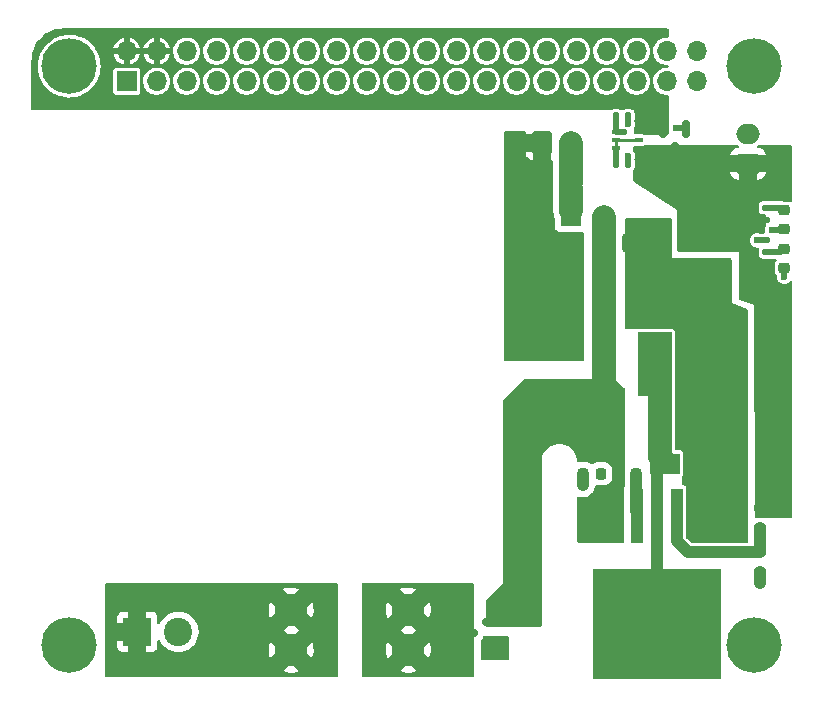
<source format=gbr>
%TF.GenerationSoftware,KiCad,Pcbnew,(6.0.4)*%
%TF.CreationDate,2022-05-06T21:58:48+01:00*%
%TF.ProjectId,PiPowerHAT,5069506f-7765-4724-9841-542e6b696361,rev?*%
%TF.SameCoordinates,Original*%
%TF.FileFunction,Copper,L1,Top*%
%TF.FilePolarity,Positive*%
%FSLAX46Y46*%
G04 Gerber Fmt 4.6, Leading zero omitted, Abs format (unit mm)*
G04 Created by KiCad (PCBNEW (6.0.4)) date 2022-05-06 21:58:48*
%MOMM*%
%LPD*%
G01*
G04 APERTURE LIST*
G04 Aperture macros list*
%AMRoundRect*
0 Rectangle with rounded corners*
0 $1 Rounding radius*
0 $2 $3 $4 $5 $6 $7 $8 $9 X,Y pos of 4 corners*
0 Add a 4 corners polygon primitive as box body*
4,1,4,$2,$3,$4,$5,$6,$7,$8,$9,$2,$3,0*
0 Add four circle primitives for the rounded corners*
1,1,$1+$1,$2,$3*
1,1,$1+$1,$4,$5*
1,1,$1+$1,$6,$7*
1,1,$1+$1,$8,$9*
0 Add four rect primitives between the rounded corners*
20,1,$1+$1,$2,$3,$4,$5,0*
20,1,$1+$1,$4,$5,$6,$7,0*
20,1,$1+$1,$6,$7,$8,$9,0*
20,1,$1+$1,$8,$9,$2,$3,0*%
G04 Aperture macros list end*
%TA.AperFunction,ComponentPad*%
%ADD10RoundRect,0.250000X0.750000X-0.600000X0.750000X0.600000X-0.750000X0.600000X-0.750000X-0.600000X0*%
%TD*%
%TA.AperFunction,ComponentPad*%
%ADD11O,2.000000X1.700000*%
%TD*%
%TA.AperFunction,SMDPad,CuDef*%
%ADD12RoundRect,0.135000X-0.135000X-0.185000X0.135000X-0.185000X0.135000X0.185000X-0.135000X0.185000X0*%
%TD*%
%TA.AperFunction,SMDPad,CuDef*%
%ADD13RoundRect,0.200000X-0.275000X0.200000X-0.275000X-0.200000X0.275000X-0.200000X0.275000X0.200000X0*%
%TD*%
%TA.AperFunction,SMDPad,CuDef*%
%ADD14R,0.650000X0.400000*%
%TD*%
%TA.AperFunction,ComponentPad*%
%ADD15C,4.700000*%
%TD*%
%TA.AperFunction,SMDPad,CuDef*%
%ADD16R,1.800000X2.500000*%
%TD*%
%TA.AperFunction,ComponentPad*%
%ADD17R,2.400000X2.400000*%
%TD*%
%TA.AperFunction,ComponentPad*%
%ADD18C,2.400000*%
%TD*%
%TA.AperFunction,SMDPad,CuDef*%
%ADD19RoundRect,0.225000X0.225000X0.250000X-0.225000X0.250000X-0.225000X-0.250000X0.225000X-0.250000X0*%
%TD*%
%TA.AperFunction,SMDPad,CuDef*%
%ADD20RoundRect,0.250000X1.500000X0.550000X-1.500000X0.550000X-1.500000X-0.550000X1.500000X-0.550000X0*%
%TD*%
%TA.AperFunction,SMDPad,CuDef*%
%ADD21RoundRect,0.150000X0.587500X0.150000X-0.587500X0.150000X-0.587500X-0.150000X0.587500X-0.150000X0*%
%TD*%
%TA.AperFunction,SMDPad,CuDef*%
%ADD22RoundRect,0.150000X-0.150000X0.587500X-0.150000X-0.587500X0.150000X-0.587500X0.150000X0.587500X0*%
%TD*%
%TA.AperFunction,SMDPad,CuDef*%
%ADD23R,1.100000X4.600000*%
%TD*%
%TA.AperFunction,SMDPad,CuDef*%
%ADD24R,10.800000X9.400000*%
%TD*%
%TA.AperFunction,SMDPad,CuDef*%
%ADD25RoundRect,0.135000X-0.185000X0.135000X-0.185000X-0.135000X0.185000X-0.135000X0.185000X0.135000X0*%
%TD*%
%TA.AperFunction,ComponentPad*%
%ADD26C,2.780000*%
%TD*%
%TA.AperFunction,SMDPad,CuDef*%
%ADD27R,2.500000X1.800000*%
%TD*%
%TA.AperFunction,ComponentPad*%
%ADD28RoundRect,0.250000X-0.600000X-0.750000X0.600000X-0.750000X0.600000X0.750000X-0.600000X0.750000X0*%
%TD*%
%TA.AperFunction,ComponentPad*%
%ADD29O,1.700000X2.000000*%
%TD*%
%TA.AperFunction,SMDPad,CuDef*%
%ADD30RoundRect,0.250000X1.000000X-1.750000X1.000000X1.750000X-1.000000X1.750000X-1.000000X-1.750000X0*%
%TD*%
%TA.AperFunction,SMDPad,CuDef*%
%ADD31RoundRect,0.218750X0.256250X-0.218750X0.256250X0.218750X-0.256250X0.218750X-0.256250X-0.218750X0*%
%TD*%
%TA.AperFunction,SMDPad,CuDef*%
%ADD32R,2.900000X5.400000*%
%TD*%
%TA.AperFunction,SMDPad,CuDef*%
%ADD33RoundRect,0.135000X0.185000X-0.135000X0.185000X0.135000X-0.185000X0.135000X-0.185000X-0.135000X0*%
%TD*%
%TA.AperFunction,SMDPad,CuDef*%
%ADD34RoundRect,0.200000X0.275000X-0.200000X0.275000X0.200000X-0.275000X0.200000X-0.275000X-0.200000X0*%
%TD*%
%TA.AperFunction,ComponentPad*%
%ADD35R,1.700000X1.700000*%
%TD*%
%TA.AperFunction,ComponentPad*%
%ADD36O,1.700000X1.700000*%
%TD*%
%TA.AperFunction,ViaPad*%
%ADD37C,0.600000*%
%TD*%
%TA.AperFunction,Conductor*%
%ADD38C,2.000000*%
%TD*%
%TA.AperFunction,Conductor*%
%ADD39C,0.500000*%
%TD*%
%TA.AperFunction,Conductor*%
%ADD40C,1.000000*%
%TD*%
%TA.AperFunction,Conductor*%
%ADD41C,0.250000*%
%TD*%
G04 APERTURE END LIST*
D10*
%TO.P,J8,1,Pin_1*%
%TO.N,+5V*%
X146225000Y-65000000D03*
D11*
%TO.P,J8,2,Pin_2*%
%TO.N,GND*%
X146225000Y-62500000D03*
%TD*%
D12*
%TO.P,R2,1*%
%TO.N,Net-(Q2-Pad4)*%
X135040000Y-61000000D03*
%TO.P,R2,2*%
%TO.N,GND*%
X136060000Y-61000000D03*
%TD*%
D13*
%TO.P,R9,1*%
%TO.N,Net-(R10-Pad1)*%
X147250000Y-97925000D03*
%TO.P,R9,2*%
%TO.N,GND*%
X147250000Y-99575000D03*
%TD*%
D14*
%TO.P,Q2,1,E1*%
%TO.N,+5V*%
X136950000Y-63650000D03*
%TO.P,Q2,2,B1*%
%TO.N,Net-(Q2-Pad2)*%
X136950000Y-63000000D03*
%TO.P,Q2,3,C2*%
%TO.N,5V_PI*%
X136950000Y-62350000D03*
%TO.P,Q2,4,E2*%
%TO.N,Net-(Q2-Pad4)*%
X135050000Y-62350000D03*
%TO.P,Q2,5,B2*%
%TO.N,Net-(Q2-Pad2)*%
X135050000Y-63000000D03*
%TO.P,Q2,6,C1*%
X135050000Y-63650000D03*
%TD*%
D15*
%TO.P,H2,1*%
%TO.N,N/C*%
X88750000Y-56750000D03*
%TD*%
D16*
%TO.P,D2,1,K*%
%TO.N,Net-(D2-Pad1)*%
X131250000Y-69000000D03*
%TO.P,D2,2,A*%
%TO.N,GND*%
X131250000Y-73000000D03*
%TD*%
D17*
%TO.P,J1,1,Pin_1*%
%TO.N,Net-(F1-Pad1)*%
X94500000Y-104650000D03*
D18*
%TO.P,J1,2,Pin_2*%
%TO.N,GND*%
X98000000Y-104650000D03*
%TD*%
D19*
%TO.P,C3,1*%
%TO.N,Net-(C3-Pad1)*%
X136775000Y-91250000D03*
%TO.P,C3,2*%
%TO.N,VCC*%
X135225000Y-91250000D03*
%TD*%
D20*
%TO.P,C5,1*%
%TO.N,+5V*%
X142700000Y-71700000D03*
%TO.P,C5,2*%
%TO.N,GND*%
X137300000Y-71700000D03*
%TD*%
D21*
%TO.P,Q1,1,G*%
%TO.N,GND*%
X124437500Y-105700000D03*
%TO.P,Q1,2,S*%
%TO.N,VCC*%
X124437500Y-103800000D03*
%TO.P,Q1,3,D*%
%TO.N,Net-(F1-Pad2)*%
X122562500Y-104750000D03*
%TD*%
D12*
%TO.P,R1,1*%
%TO.N,Net-(Q2-Pad2)*%
X135040000Y-65000000D03*
%TO.P,R1,2*%
%TO.N,GND*%
X136060000Y-65000000D03*
%TD*%
D22*
%TO.P,Q3,1,G*%
%TO.N,Net-(Q2-Pad4)*%
X140950000Y-62062500D03*
%TO.P,Q3,2,S*%
%TO.N,5V_PI*%
X139050000Y-62062500D03*
%TO.P,Q3,3,D*%
%TO.N,+5V*%
X140000000Y-63937500D03*
%TD*%
D19*
%TO.P,C4,1*%
%TO.N,+5V*%
X145900000Y-74500000D03*
%TO.P,C4,2*%
%TO.N,GND*%
X144350000Y-74500000D03*
%TD*%
D23*
%TO.P,U1,1,GND*%
%TO.N,GND*%
X141900000Y-94800000D03*
%TO.P,U1,2,FB*%
%TO.N,Net-(R10-Pad1)*%
X140200000Y-94800000D03*
%TO.P,U1,3,SW*%
%TO.N,Net-(D6-Pad1)*%
X138500000Y-94800000D03*
D24*
X138500000Y-103950000D03*
D23*
%TO.P,U1,4,VC*%
%TO.N,Net-(C3-Pad1)*%
X136800000Y-94800000D03*
%TO.P,U1,5,VIN*%
%TO.N,VCC*%
X135100000Y-94800000D03*
%TD*%
D25*
%TO.P,R6,1*%
%TO.N,Net-(D3-Pad2)*%
X147750000Y-68740000D03*
%TO.P,R6,2*%
%TO.N,+5V*%
X147750000Y-69760000D03*
%TD*%
D26*
%TO.P,F1,1*%
%TO.N,Net-(F1-Pad1)*%
X107540000Y-102800000D03*
X107540000Y-106200000D03*
%TO.P,F1,2*%
%TO.N,Net-(F1-Pad2)*%
X117460000Y-106200000D03*
X117460000Y-102800000D03*
%TD*%
D27*
%TO.P,D6,1,K*%
%TO.N,Net-(D6-Pad1)*%
X139200000Y-90400000D03*
%TO.P,D6,2,A*%
%TO.N,GND*%
X143200000Y-90400000D03*
%TD*%
D28*
%TO.P,J3,1,Pin_1*%
%TO.N,GND*%
X128750000Y-63250000D03*
D29*
%TO.P,J3,2,Pin_2*%
%TO.N,Net-(D2-Pad1)*%
X131250000Y-63250000D03*
%TD*%
D30*
%TO.P,C1,1*%
%TO.N,VCC*%
X131000000Y-86500000D03*
%TO.P,C1,2*%
%TO.N,GND*%
X131000000Y-78500000D03*
%TD*%
D15*
%TO.P,H3,1*%
%TO.N,N/C*%
X146750000Y-56750000D03*
%TD*%
D19*
%TO.P,C2,1*%
%TO.N,unconnected-(C2-Pad1)*%
X133775000Y-91250000D03*
%TO.P,C2,2*%
%TO.N,GND*%
X132225000Y-91250000D03*
%TD*%
D31*
%TO.P,D5,1,K*%
%TO.N,GND*%
X149250000Y-73825000D03*
%TO.P,D5,2,A*%
%TO.N,Net-(D5-Pad2)*%
X149250000Y-72250000D03*
%TD*%
%TO.P,D3,1,K*%
%TO.N,GND*%
X149250000Y-70537500D03*
%TO.P,D3,2,A*%
%TO.N,Net-(D3-Pad2)*%
X149250000Y-68962500D03*
%TD*%
D32*
%TO.P,L1,1,1*%
%TO.N,Net-(D6-Pad1)*%
X138350000Y-81950000D03*
%TO.P,L1,2,2*%
%TO.N,+5V*%
X148250000Y-81950000D03*
%TD*%
D33*
%TO.P,R8,1*%
%TO.N,Net-(D5-Pad2)*%
X147750000Y-72510000D03*
%TO.P,R8,2*%
%TO.N,VCC*%
X147750000Y-71490000D03*
%TD*%
D34*
%TO.P,R10,1*%
%TO.N,Net-(R10-Pad1)*%
X147250000Y-95825000D03*
%TO.P,R10,2*%
%TO.N,+5V*%
X147250000Y-94175000D03*
%TD*%
D15*
%TO.P,H1,1*%
%TO.N,N/C*%
X146750000Y-105750000D03*
%TD*%
%TO.P,H4,1*%
%TO.N,N/C*%
X88750000Y-105750000D03*
%TD*%
D35*
%TO.P,J6,1,3V3*%
%TO.N,unconnected-(J6-Pad1)*%
X93620000Y-58020000D03*
D36*
%TO.P,J6,2,5V*%
%TO.N,5V_PI*%
X93620000Y-55480000D03*
%TO.P,J6,3,SDA/GPIO2*%
%TO.N,unconnected-(J6-Pad3)*%
X96160000Y-58020000D03*
%TO.P,J6,4,5V*%
%TO.N,5V_PI*%
X96160000Y-55480000D03*
%TO.P,J6,5,SCL/GPIO3*%
%TO.N,unconnected-(J6-Pad5)*%
X98700000Y-58020000D03*
%TO.P,J6,6,GND*%
%TO.N,GND*%
X98700000Y-55480000D03*
%TO.P,J6,7,GCLK0/GPIO4*%
%TO.N,unconnected-(J6-Pad7)*%
X101240000Y-58020000D03*
%TO.P,J6,8,GPIO14/TXD*%
%TO.N,unconnected-(J6-Pad8)*%
X101240000Y-55480000D03*
%TO.P,J6,9,GND*%
%TO.N,GND*%
X103780000Y-58020000D03*
%TO.P,J6,10,GPIO15/RXD*%
%TO.N,unconnected-(J6-Pad10)*%
X103780000Y-55480000D03*
%TO.P,J6,11,GPIO17*%
%TO.N,unconnected-(J6-Pad11)*%
X106320000Y-58020000D03*
%TO.P,J6,12,GPIO18/PWM0*%
%TO.N,unconnected-(J6-Pad12)*%
X106320000Y-55480000D03*
%TO.P,J6,13,GPIO27*%
%TO.N,unconnected-(J6-Pad13)*%
X108860000Y-58020000D03*
%TO.P,J6,14,GND*%
%TO.N,GND*%
X108860000Y-55480000D03*
%TO.P,J6,15,GPIO22*%
%TO.N,unconnected-(J6-Pad15)*%
X111400000Y-58020000D03*
%TO.P,J6,16,GPIO23*%
%TO.N,unconnected-(J6-Pad16)*%
X111400000Y-55480000D03*
%TO.P,J6,17,3V3*%
%TO.N,unconnected-(J6-Pad17)*%
X113940000Y-58020000D03*
%TO.P,J6,18,GPIO24*%
%TO.N,unconnected-(J6-Pad18)*%
X113940000Y-55480000D03*
%TO.P,J6,19,MOSI0/GPIO10*%
%TO.N,unconnected-(J6-Pad19)*%
X116480000Y-58020000D03*
%TO.P,J6,20,GND*%
%TO.N,GND*%
X116480000Y-55480000D03*
%TO.P,J6,21,MISO0/GPIO9*%
%TO.N,unconnected-(J6-Pad21)*%
X119020000Y-58020000D03*
%TO.P,J6,22,GPIO25*%
%TO.N,unconnected-(J6-Pad22)*%
X119020000Y-55480000D03*
%TO.P,J6,23,SCLK0/GPIO11*%
%TO.N,unconnected-(J6-Pad23)*%
X121560000Y-58020000D03*
%TO.P,J6,24,~{CE0}/GPIO8*%
%TO.N,unconnected-(J6-Pad24)*%
X121560000Y-55480000D03*
%TO.P,J6,25,GND*%
%TO.N,GND*%
X124100000Y-58020000D03*
%TO.P,J6,26,~{CE1}/GPIO7*%
%TO.N,unconnected-(J6-Pad26)*%
X124100000Y-55480000D03*
%TO.P,J6,27,ID_SD/GPIO0*%
%TO.N,unconnected-(J6-Pad27)*%
X126640000Y-58020000D03*
%TO.P,J6,28,ID_SC/GPIO1*%
%TO.N,unconnected-(J6-Pad28)*%
X126640000Y-55480000D03*
%TO.P,J6,29,GCLK1/GPIO5*%
%TO.N,unconnected-(J6-Pad29)*%
X129180000Y-58020000D03*
%TO.P,J6,30,GND*%
%TO.N,GND*%
X129180000Y-55480000D03*
%TO.P,J6,31,GCLK2/GPIO6*%
%TO.N,unconnected-(J6-Pad31)*%
X131720000Y-58020000D03*
%TO.P,J6,32,PWM0/GPIO12*%
%TO.N,unconnected-(J6-Pad32)*%
X131720000Y-55480000D03*
%TO.P,J6,33,PWM1/GPIO13*%
%TO.N,unconnected-(J6-Pad33)*%
X134260000Y-58020000D03*
%TO.P,J6,34,GND*%
%TO.N,GND*%
X134260000Y-55480000D03*
%TO.P,J6,35,GPIO19/MISO1*%
%TO.N,unconnected-(J6-Pad35)*%
X136800000Y-58020000D03*
%TO.P,J6,36,GPIO16*%
%TO.N,unconnected-(J6-Pad36)*%
X136800000Y-55480000D03*
%TO.P,J6,37,GPIO26*%
%TO.N,unconnected-(J6-Pad37)*%
X139340000Y-58020000D03*
%TO.P,J6,38,GPIO20/MOSI1*%
%TO.N,unconnected-(J6-Pad38)*%
X139340000Y-55480000D03*
%TO.P,J6,39,GND*%
%TO.N,GND*%
X141880000Y-58020000D03*
%TO.P,J6,40,GPIO21/SCLK1*%
%TO.N,unconnected-(J6-Pad40)*%
X141880000Y-55480000D03*
%TD*%
D37*
%TO.N,VCC*%
X147000000Y-71500000D03*
X134000000Y-71500000D03*
X134000000Y-69500000D03*
%TO.N,GND*%
X148250000Y-70600000D03*
X143250000Y-74500000D03*
X126000000Y-62750000D03*
X136050000Y-61650000D03*
X145750000Y-96500000D03*
X136250000Y-70000000D03*
X123950000Y-106700000D03*
X136250000Y-73250000D03*
X143250000Y-73500000D03*
X143200000Y-94400000D03*
X129900000Y-74000000D03*
X142250000Y-88750000D03*
X141050000Y-91800000D03*
X139250000Y-70000000D03*
X138250000Y-70000000D03*
X132220000Y-92250000D03*
X145000000Y-90000000D03*
X128600000Y-77500000D03*
X136200000Y-78600000D03*
X142250000Y-91900000D03*
X129150000Y-72500000D03*
X140500000Y-78750000D03*
X143250000Y-75500000D03*
X143750000Y-91900000D03*
X130200000Y-75600000D03*
X129150000Y-73500000D03*
X131800000Y-81400000D03*
X145000000Y-88750000D03*
X128600000Y-75600000D03*
X129900000Y-72000000D03*
X129900000Y-73000000D03*
X145750000Y-77750000D03*
X144250000Y-73500000D03*
X145000000Y-91250000D03*
X130200000Y-81400000D03*
X128600000Y-79600000D03*
X126000000Y-81250000D03*
X143750000Y-88750000D03*
X140450000Y-88850000D03*
X143200000Y-95400000D03*
X140000000Y-73750000D03*
X129250000Y-65250000D03*
X147250000Y-100500000D03*
X143200000Y-96500000D03*
X136050000Y-64350000D03*
X128600000Y-81400000D03*
X143200000Y-92500000D03*
X129250000Y-70750000D03*
X137250000Y-70000000D03*
X143200000Y-93400000D03*
X125650000Y-106700000D03*
X149300000Y-74600000D03*
X144250000Y-76000000D03*
X125650000Y-105350000D03*
X131900000Y-75600000D03*
X139250000Y-73250000D03*
%TO.N,+5V*%
X136950000Y-65950000D03*
%TO.N,Net-(Q2-Pad4)*%
X140100000Y-61950000D03*
X135690434Y-62364084D03*
%TO.N,Net-(D2-Pad1)*%
X131250000Y-67250000D03*
%TD*%
D38*
%TO.N,VCC*%
X134000000Y-69500000D02*
X134000000Y-71500000D01*
X134000000Y-71500000D02*
X134000000Y-83800000D01*
D39*
X147000000Y-71500000D02*
X147010000Y-71490000D01*
X147010000Y-71490000D02*
X147750000Y-71490000D01*
%TO.N,GND*%
X136060000Y-65000000D02*
X136060000Y-64360000D01*
X136060000Y-64360000D02*
X136050000Y-64350000D01*
X148250000Y-70600000D02*
X149187500Y-70600000D01*
X136060000Y-61640000D02*
X136060000Y-61000000D01*
D40*
X147250000Y-100500000D02*
X147250000Y-99575000D01*
D39*
X136050000Y-61650000D02*
X136060000Y-61640000D01*
D40*
X132225000Y-92245000D02*
X132225000Y-91250000D01*
D39*
X149250000Y-74550000D02*
X149300000Y-74600000D01*
X149187500Y-70600000D02*
X149250000Y-70537500D01*
X149250000Y-73825000D02*
X149250000Y-74550000D01*
D40*
X132220000Y-92250000D02*
X132225000Y-92245000D01*
%TO.N,Net-(C3-Pad1)*%
X136775000Y-91250000D02*
X136775000Y-94400000D01*
D39*
%TO.N,Net-(D3-Pad2)*%
X147750000Y-68740000D02*
X149027500Y-68740000D01*
X149027500Y-68740000D02*
X149250000Y-68962500D01*
%TO.N,Net-(D5-Pad2)*%
X148990000Y-72510000D02*
X149250000Y-72250000D01*
X147750000Y-72510000D02*
X148990000Y-72510000D01*
D40*
%TO.N,Net-(D6-Pad1)*%
X138500000Y-103875000D02*
X138500000Y-94725000D01*
D38*
X138800000Y-81950000D02*
X138800000Y-89850000D01*
D40*
X138500000Y-94725000D02*
X138500000Y-90950000D01*
X138500000Y-90950000D02*
X139200000Y-90250000D01*
D38*
X138800000Y-89850000D02*
X139200000Y-90250000D01*
D41*
%TO.N,Net-(Q2-Pad2)*%
X136950000Y-63000000D02*
X135050000Y-63000000D01*
X135050000Y-63000000D02*
X135050000Y-63650000D01*
D39*
X135040000Y-63660000D02*
X135050000Y-63650000D01*
X135040000Y-65000000D02*
X135040000Y-63660000D01*
%TO.N,Net-(Q2-Pad4)*%
X140100000Y-61950000D02*
X140950000Y-61950000D01*
X135050000Y-62350000D02*
X135050000Y-61010000D01*
X135050000Y-61010000D02*
X135040000Y-61000000D01*
X135676350Y-62350000D02*
X135690434Y-62364084D01*
X135050000Y-62350000D02*
X135676350Y-62350000D01*
D40*
%TO.N,Net-(R10-Pad1)*%
X147250000Y-97925000D02*
X147250000Y-95825000D01*
X140200000Y-94725000D02*
X140200000Y-96974022D01*
X147225000Y-97900000D02*
X147250000Y-97925000D01*
X141125978Y-97900000D02*
X147225000Y-97900000D01*
X140200000Y-96974022D02*
X141125978Y-97900000D01*
D38*
%TO.N,Net-(D2-Pad1)*%
X131250000Y-67050000D02*
X131250000Y-69000000D01*
X131250000Y-66650000D02*
X131250000Y-63250000D01*
%TD*%
%TA.AperFunction,Conductor*%
%TO.N,Net-(F1-Pad1)*%
G36*
X111442121Y-100520002D02*
G01*
X111488614Y-100573658D01*
X111500000Y-100626000D01*
X111500000Y-108374000D01*
X111479998Y-108442121D01*
X111426342Y-108488614D01*
X111374000Y-108500000D01*
X91876000Y-108500000D01*
X91807879Y-108479998D01*
X91761386Y-108426342D01*
X91750000Y-108374000D01*
X91750000Y-107963166D01*
X106843114Y-107963166D01*
X106846396Y-107967551D01*
X106919531Y-107998520D01*
X106927936Y-108001398D01*
X107179140Y-108068002D01*
X107187861Y-108069666D01*
X107445948Y-108100213D01*
X107454813Y-108100631D01*
X107714617Y-108094508D01*
X107723472Y-108093671D01*
X107979821Y-108051003D01*
X107988455Y-108048930D01*
X108232662Y-107971697D01*
X108240089Y-107965006D01*
X108238133Y-107958793D01*
X107552812Y-107273472D01*
X107538868Y-107265858D01*
X107537035Y-107265989D01*
X107530420Y-107270240D01*
X106849874Y-107950786D01*
X106843114Y-107963166D01*
X91750000Y-107963166D01*
X91750000Y-105894669D01*
X92792001Y-105894669D01*
X92792371Y-105901490D01*
X92797895Y-105952352D01*
X92801521Y-105967604D01*
X92846676Y-106088054D01*
X92855214Y-106103649D01*
X92931715Y-106205724D01*
X92944276Y-106218285D01*
X93046351Y-106294786D01*
X93061946Y-106303324D01*
X93182394Y-106348478D01*
X93197649Y-106352105D01*
X93248514Y-106357631D01*
X93255328Y-106358000D01*
X93731885Y-106358000D01*
X93747124Y-106353525D01*
X93748329Y-106352135D01*
X93750000Y-106344452D01*
X93750000Y-106339884D01*
X95250000Y-106339884D01*
X95254475Y-106355123D01*
X95255865Y-106356328D01*
X95263548Y-106357999D01*
X95744669Y-106357999D01*
X95751490Y-106357629D01*
X95802352Y-106352105D01*
X95817604Y-106348479D01*
X95938054Y-106303324D01*
X95953649Y-106294786D01*
X96055724Y-106218285D01*
X96068285Y-106205724D01*
X96144786Y-106103649D01*
X96153324Y-106088054D01*
X96198478Y-105967606D01*
X96202105Y-105952351D01*
X96207631Y-105901486D01*
X96208000Y-105894672D01*
X96208000Y-105425406D01*
X96228002Y-105357285D01*
X96281658Y-105310792D01*
X96351932Y-105300688D01*
X96416512Y-105330182D01*
X96444991Y-105365767D01*
X96470665Y-105413548D01*
X96520620Y-105506519D01*
X96555025Y-105570551D01*
X96557820Y-105574294D01*
X96557822Y-105574297D01*
X96704171Y-105770282D01*
X96704176Y-105770288D01*
X96706963Y-105774020D01*
X96710272Y-105777300D01*
X96710277Y-105777306D01*
X96883990Y-105949509D01*
X96887307Y-105952797D01*
X96891069Y-105955555D01*
X96891072Y-105955558D01*
X96996764Y-106033054D01*
X97092094Y-106102953D01*
X97096229Y-106105129D01*
X97096233Y-106105131D01*
X97214289Y-106167243D01*
X97316827Y-106221191D01*
X97451160Y-106268102D01*
X97552021Y-106303324D01*
X97556568Y-106304912D01*
X97806050Y-106352278D01*
X97926532Y-106357011D01*
X98055125Y-106362064D01*
X98055130Y-106362064D01*
X98059793Y-106362247D01*
X98158774Y-106351407D01*
X98307569Y-106335112D01*
X98307575Y-106335111D01*
X98312222Y-106334602D01*
X98421680Y-106305784D01*
X98553273Y-106271138D01*
X98557793Y-106269948D01*
X98707280Y-106205724D01*
X98786807Y-106171557D01*
X98786810Y-106171555D01*
X98791110Y-106169708D01*
X98795090Y-106167245D01*
X98795094Y-106167243D01*
X98831552Y-106144682D01*
X105638266Y-106144682D01*
X105648468Y-106404359D01*
X105649443Y-106413188D01*
X105696133Y-106668839D01*
X105698342Y-106677442D01*
X105768548Y-106887876D01*
X105776598Y-106899452D01*
X105780191Y-106898801D01*
X105781440Y-106897900D01*
X106466528Y-106212812D01*
X106472906Y-106201132D01*
X108605858Y-106201132D01*
X108605989Y-106202965D01*
X108610240Y-106209580D01*
X109291444Y-106890784D01*
X109303824Y-106897544D01*
X109308469Y-106894067D01*
X109328548Y-106848649D01*
X109331565Y-106840269D01*
X109402101Y-106590166D01*
X109403905Y-106581458D01*
X109438666Y-106322663D01*
X109439194Y-106316270D01*
X109442747Y-106203222D01*
X109442620Y-106196779D01*
X109424180Y-105936335D01*
X109422927Y-105927531D01*
X109368230Y-105673474D01*
X109365751Y-105664941D01*
X109310028Y-105513897D01*
X109301618Y-105502579D01*
X109297119Y-105503541D01*
X108613472Y-106187188D01*
X108605858Y-106201132D01*
X106472906Y-106201132D01*
X106474142Y-106198868D01*
X106474011Y-106197035D01*
X106469760Y-106190420D01*
X105789521Y-105510181D01*
X105777141Y-105503421D01*
X105773003Y-105506519D01*
X105731958Y-105607856D01*
X105729210Y-105616313D01*
X105666562Y-105868518D01*
X105665033Y-105877279D01*
X105638545Y-106135799D01*
X105638266Y-106144682D01*
X98831552Y-106144682D01*
X99003064Y-106038547D01*
X99003066Y-106038545D01*
X99007047Y-106036082D01*
X99010624Y-106033054D01*
X99197289Y-105875031D01*
X99197291Y-105875029D01*
X99200862Y-105872006D01*
X99368295Y-105681084D01*
X99505669Y-105467512D01*
X99609967Y-105235980D01*
X99678896Y-104991575D01*
X99710943Y-104739667D01*
X99713291Y-104650000D01*
X99702856Y-104509580D01*
X99702228Y-104501132D01*
X106905858Y-104501132D01*
X106905989Y-104502965D01*
X106910240Y-104509580D01*
X107527188Y-105126528D01*
X107541132Y-105134142D01*
X107542965Y-105134011D01*
X107549580Y-105129760D01*
X108166528Y-104512812D01*
X108174142Y-104498868D01*
X108174011Y-104497035D01*
X108169760Y-104490420D01*
X107552812Y-103873472D01*
X107538868Y-103865858D01*
X107537035Y-103865989D01*
X107530420Y-103870240D01*
X106913472Y-104487188D01*
X106905858Y-104501132D01*
X99702228Y-104501132D01*
X99694818Y-104401411D01*
X99694817Y-104401407D01*
X99694472Y-104396759D01*
X99638428Y-104149082D01*
X99575391Y-103986983D01*
X99548084Y-103916762D01*
X99548083Y-103916760D01*
X99546391Y-103912409D01*
X99535947Y-103894135D01*
X99422702Y-103695997D01*
X99422700Y-103695995D01*
X99420383Y-103691940D01*
X99263171Y-103492517D01*
X99092957Y-103332396D01*
X99081610Y-103321722D01*
X99081608Y-103321720D01*
X99078209Y-103318523D01*
X98924579Y-103211946D01*
X98873393Y-103176437D01*
X98873390Y-103176435D01*
X98869561Y-103173779D01*
X98865384Y-103171719D01*
X98865377Y-103171715D01*
X98645996Y-103063528D01*
X98645992Y-103063527D01*
X98641810Y-103061464D01*
X98399960Y-102984047D01*
X98395355Y-102983297D01*
X98153935Y-102943980D01*
X98153934Y-102943980D01*
X98149323Y-102943229D01*
X98022365Y-102941567D01*
X97900083Y-102939966D01*
X97900080Y-102939966D01*
X97895406Y-102939905D01*
X97643787Y-102974149D01*
X97399993Y-103045208D01*
X97169380Y-103151522D01*
X97165471Y-103154085D01*
X96960928Y-103288189D01*
X96960923Y-103288193D01*
X96957015Y-103290755D01*
X96910360Y-103332396D01*
X96828647Y-103405328D01*
X96767562Y-103459848D01*
X96605183Y-103655087D01*
X96473447Y-103872182D01*
X96471638Y-103876496D01*
X96471637Y-103876498D01*
X96450196Y-103927629D01*
X96405407Y-103982715D01*
X96337946Y-104004841D01*
X96269233Y-103986983D01*
X96221081Y-103934810D01*
X96207999Y-103878903D01*
X96207999Y-103405331D01*
X96207629Y-103398510D01*
X96202105Y-103347648D01*
X96198479Y-103332396D01*
X96153324Y-103211946D01*
X96144786Y-103196351D01*
X96068285Y-103094276D01*
X96055724Y-103081715D01*
X95953649Y-103005214D01*
X95938054Y-102996676D01*
X95817606Y-102951522D01*
X95802351Y-102947895D01*
X95751486Y-102942369D01*
X95744672Y-102942000D01*
X95268115Y-102942000D01*
X95252876Y-102946475D01*
X95251671Y-102947865D01*
X95250000Y-102955548D01*
X95250000Y-106339884D01*
X93750000Y-106339884D01*
X93750000Y-105418115D01*
X93745525Y-105402876D01*
X93744135Y-105401671D01*
X93736452Y-105400000D01*
X92810116Y-105400000D01*
X92794877Y-105404475D01*
X92793672Y-105405865D01*
X92792001Y-105413548D01*
X92792001Y-105894669D01*
X91750000Y-105894669D01*
X91750000Y-103881885D01*
X92792000Y-103881885D01*
X92796475Y-103897124D01*
X92797865Y-103898329D01*
X92805548Y-103900000D01*
X93731885Y-103900000D01*
X93747124Y-103895525D01*
X93748329Y-103894135D01*
X93750000Y-103886452D01*
X93750000Y-102960116D01*
X93745525Y-102944877D01*
X93744135Y-102943672D01*
X93736452Y-102942001D01*
X93255331Y-102942001D01*
X93248510Y-102942371D01*
X93197648Y-102947895D01*
X93182396Y-102951521D01*
X93061946Y-102996676D01*
X93046351Y-103005214D01*
X92944276Y-103081715D01*
X92931715Y-103094276D01*
X92855214Y-103196351D01*
X92846676Y-103211946D01*
X92801522Y-103332394D01*
X92797895Y-103347649D01*
X92792369Y-103398514D01*
X92792000Y-103405328D01*
X92792000Y-103881885D01*
X91750000Y-103881885D01*
X91750000Y-102744682D01*
X105638266Y-102744682D01*
X105648468Y-103004359D01*
X105649443Y-103013188D01*
X105696133Y-103268839D01*
X105698342Y-103277442D01*
X105768548Y-103487876D01*
X105776598Y-103499452D01*
X105780191Y-103498801D01*
X105781440Y-103497900D01*
X106466528Y-102812812D01*
X106472906Y-102801132D01*
X108605858Y-102801132D01*
X108605989Y-102802965D01*
X108610240Y-102809580D01*
X109291444Y-103490784D01*
X109303824Y-103497544D01*
X109308469Y-103494067D01*
X109328548Y-103448649D01*
X109331565Y-103440269D01*
X109402101Y-103190166D01*
X109403905Y-103181458D01*
X109438666Y-102922663D01*
X109439194Y-102916270D01*
X109442747Y-102803222D01*
X109442620Y-102796779D01*
X109424180Y-102536335D01*
X109422927Y-102527531D01*
X109368230Y-102273474D01*
X109365751Y-102264941D01*
X109310028Y-102113897D01*
X109301618Y-102102579D01*
X109297119Y-102103541D01*
X108613472Y-102787188D01*
X108605858Y-102801132D01*
X106472906Y-102801132D01*
X106474142Y-102798868D01*
X106474011Y-102797035D01*
X106469760Y-102790420D01*
X105789521Y-102110181D01*
X105777141Y-102103421D01*
X105773003Y-102106519D01*
X105731958Y-102207856D01*
X105729210Y-102216313D01*
X105666562Y-102468518D01*
X105665033Y-102477279D01*
X105638545Y-102735799D01*
X105638266Y-102744682D01*
X91750000Y-102744682D01*
X91750000Y-101037682D01*
X106841756Y-101037682D01*
X106842563Y-101041774D01*
X106842920Y-101042260D01*
X107527188Y-101726528D01*
X107541132Y-101734142D01*
X107542965Y-101734011D01*
X107549580Y-101729760D01*
X108229869Y-101049471D01*
X108236629Y-101037091D01*
X108233706Y-101033187D01*
X108103670Y-100982879D01*
X108095175Y-100980265D01*
X107842010Y-100921585D01*
X107833232Y-100920195D01*
X107574321Y-100897771D01*
X107565450Y-100897631D01*
X107305953Y-100911912D01*
X107297143Y-100913026D01*
X107042254Y-100963726D01*
X107033696Y-100966067D01*
X106853204Y-101029451D01*
X106841756Y-101037682D01*
X91750000Y-101037682D01*
X91750000Y-100626000D01*
X91770002Y-100557879D01*
X91823658Y-100511386D01*
X91876000Y-100500000D01*
X111374000Y-100500000D01*
X111442121Y-100520002D01*
G37*
%TD.AperFunction*%
%TD*%
%TA.AperFunction,Conductor*%
%TO.N,VCC*%
G36*
X135018294Y-83270002D02*
G01*
X135036350Y-83284078D01*
X135760177Y-83962666D01*
X135796193Y-84023849D01*
X135800000Y-84054588D01*
X135800000Y-90968621D01*
X135794102Y-91006720D01*
X135783765Y-91039306D01*
X135766500Y-91193227D01*
X135766500Y-92318174D01*
X135758482Y-92362404D01*
X135748255Y-92389684D01*
X135741500Y-92451866D01*
X135741500Y-96974000D01*
X135721498Y-97042121D01*
X135667842Y-97088614D01*
X135615500Y-97100000D01*
X131884500Y-97100000D01*
X131816379Y-97079998D01*
X131769886Y-97026342D01*
X131758500Y-96974000D01*
X131758500Y-93333810D01*
X131778502Y-93265689D01*
X131832158Y-93219196D01*
X131902432Y-93209092D01*
X131922175Y-93213575D01*
X132012768Y-93241965D01*
X132018891Y-93242630D01*
X132018895Y-93242631D01*
X132203263Y-93262659D01*
X132203267Y-93262659D01*
X132209388Y-93263324D01*
X132406413Y-93246087D01*
X132412330Y-93244368D01*
X132412335Y-93244367D01*
X132543064Y-93206386D01*
X132596336Y-93190909D01*
X132771926Y-93099892D01*
X132892973Y-93003262D01*
X132895455Y-93000779D01*
X132898087Y-92998426D01*
X132898138Y-92998483D01*
X132904534Y-92992744D01*
X132929221Y-92972896D01*
X132929230Y-92972887D01*
X132934025Y-92969032D01*
X132937986Y-92964312D01*
X132966310Y-92930558D01*
X132969487Y-92926916D01*
X132971123Y-92925111D01*
X132973309Y-92922925D01*
X133000642Y-92889651D01*
X133001348Y-92888800D01*
X133025580Y-92859922D01*
X133061154Y-92817526D01*
X133063722Y-92812856D01*
X133067103Y-92808739D01*
X133110977Y-92726914D01*
X133111606Y-92725755D01*
X133153462Y-92649619D01*
X133153465Y-92649611D01*
X133156433Y-92644213D01*
X133158045Y-92639131D01*
X133160562Y-92634437D01*
X133187762Y-92545469D01*
X133188108Y-92544358D01*
X133214373Y-92461563D01*
X133216235Y-92455694D01*
X133216829Y-92450398D01*
X133218387Y-92445302D01*
X133227790Y-92352743D01*
X133227911Y-92351607D01*
X133230655Y-92327135D01*
X133258126Y-92261669D01*
X133316630Y-92221447D01*
X133387592Y-92219240D01*
X133392902Y-92220809D01*
X133393712Y-92220983D01*
X133400243Y-92223149D01*
X133407080Y-92223849D01*
X133407082Y-92223850D01*
X133448401Y-92228083D01*
X133501268Y-92233500D01*
X134048732Y-92233500D01*
X134051978Y-92233163D01*
X134051982Y-92233163D01*
X134086083Y-92229625D01*
X134151019Y-92222887D01*
X134228677Y-92196978D01*
X134306324Y-92171073D01*
X134306326Y-92171072D01*
X134313268Y-92168756D01*
X134332599Y-92156794D01*
X134452485Y-92082606D01*
X134458713Y-92078752D01*
X134579552Y-91957702D01*
X134669302Y-91812101D01*
X134723149Y-91649757D01*
X134733500Y-91548732D01*
X134733500Y-90951268D01*
X134722887Y-90848981D01*
X134668756Y-90686732D01*
X134578752Y-90541287D01*
X134457702Y-90420448D01*
X134451471Y-90416607D01*
X134318331Y-90334538D01*
X134318329Y-90334537D01*
X134312101Y-90330698D01*
X134149757Y-90276851D01*
X134142920Y-90276151D01*
X134142918Y-90276150D01*
X134101599Y-90271917D01*
X134048732Y-90266500D01*
X133501268Y-90266500D01*
X133498022Y-90266837D01*
X133498018Y-90266837D01*
X133463917Y-90270375D01*
X133398981Y-90277113D01*
X133392440Y-90279295D01*
X133392441Y-90279295D01*
X133243676Y-90328927D01*
X133243674Y-90328928D01*
X133236732Y-90331244D01*
X133230508Y-90335096D01*
X133230507Y-90335096D01*
X133098787Y-90416607D01*
X133091287Y-90421248D01*
X133086114Y-90426430D01*
X133080380Y-90430975D01*
X133078858Y-90429055D01*
X133026794Y-90457545D01*
X132955974Y-90452544D01*
X132919448Y-90429118D01*
X132918628Y-90430157D01*
X132912882Y-90425619D01*
X132907702Y-90420448D01*
X132901471Y-90416607D01*
X132768331Y-90334538D01*
X132768329Y-90334537D01*
X132762101Y-90330698D01*
X132599757Y-90276851D01*
X132592920Y-90276151D01*
X132592918Y-90276150D01*
X132551599Y-90271917D01*
X132498732Y-90266500D01*
X132477485Y-90266500D01*
X132440233Y-90260867D01*
X132428768Y-90257318D01*
X132345754Y-90248593D01*
X132238204Y-90237289D01*
X132238202Y-90237289D01*
X132232075Y-90236645D01*
X132154290Y-90243724D01*
X132041251Y-90254011D01*
X132041248Y-90254012D01*
X132035112Y-90254570D01*
X132029206Y-90256308D01*
X132029202Y-90256309D01*
X132011994Y-90261374D01*
X131976419Y-90266500D01*
X131951268Y-90266500D01*
X131948025Y-90266836D01*
X131948015Y-90266837D01*
X131894457Y-90272394D01*
X131824635Y-90259529D01*
X131772854Y-90210957D01*
X131755842Y-90156953D01*
X131744923Y-90018223D01*
X131744535Y-90013289D01*
X131689105Y-89782406D01*
X131679203Y-89758500D01*
X131600135Y-89567611D01*
X131600133Y-89567607D01*
X131598240Y-89563037D01*
X131595654Y-89558817D01*
X131476759Y-89364798D01*
X131476755Y-89364792D01*
X131474176Y-89360584D01*
X131319969Y-89180031D01*
X131139416Y-89025824D01*
X131135208Y-89023245D01*
X131135202Y-89023241D01*
X130941183Y-88904346D01*
X130936963Y-88901760D01*
X130932393Y-88899867D01*
X130932389Y-88899865D01*
X130722167Y-88812789D01*
X130722165Y-88812788D01*
X130717594Y-88810895D01*
X130637391Y-88791640D01*
X130491524Y-88756620D01*
X130491518Y-88756619D01*
X130486711Y-88755465D01*
X130250000Y-88736835D01*
X130013289Y-88755465D01*
X130008482Y-88756619D01*
X130008476Y-88756620D01*
X129862609Y-88791640D01*
X129782406Y-88810895D01*
X129777835Y-88812788D01*
X129777833Y-88812789D01*
X129567611Y-88899865D01*
X129567607Y-88899867D01*
X129563037Y-88901760D01*
X129558817Y-88904346D01*
X129364798Y-89023241D01*
X129364792Y-89023245D01*
X129360584Y-89025824D01*
X129180031Y-89180031D01*
X129025824Y-89360584D01*
X129023245Y-89364792D01*
X129023241Y-89364798D01*
X128904346Y-89558817D01*
X128901760Y-89563037D01*
X128899867Y-89567607D01*
X128899865Y-89567611D01*
X128820797Y-89758500D01*
X128810895Y-89782406D01*
X128755465Y-90013289D01*
X128739908Y-90210957D01*
X128738746Y-90225720D01*
X128737785Y-90233921D01*
X128737821Y-90234011D01*
X128736309Y-90243724D01*
X128736946Y-90248593D01*
X128736835Y-90250000D01*
X128737130Y-90250000D01*
X128738380Y-90259560D01*
X128738380Y-90259562D01*
X128740436Y-90275283D01*
X128741500Y-90291620D01*
X128741500Y-104124000D01*
X128721498Y-104192121D01*
X128667842Y-104238614D01*
X128615500Y-104250000D01*
X124126000Y-104250000D01*
X124057879Y-104229998D01*
X124011386Y-104176342D01*
X124000000Y-104124000D01*
X124000000Y-102052190D01*
X124020002Y-101984069D01*
X124036905Y-101963095D01*
X125500000Y-100500000D01*
X125500000Y-85052190D01*
X125520002Y-84984069D01*
X125536905Y-84963095D01*
X127213095Y-83286905D01*
X127275407Y-83252879D01*
X127302190Y-83250000D01*
X134950173Y-83250000D01*
X135018294Y-83270002D01*
G37*
%TD.AperFunction*%
%TD*%
%TA.AperFunction,Conductor*%
%TO.N,Net-(F1-Pad2)*%
G36*
X122942121Y-100520002D02*
G01*
X122988614Y-100573658D01*
X123000000Y-100626000D01*
X123000000Y-108374000D01*
X122979998Y-108442121D01*
X122926342Y-108488614D01*
X122874000Y-108500000D01*
X113626000Y-108500000D01*
X113557879Y-108479998D01*
X113511386Y-108426342D01*
X113500000Y-108374000D01*
X113500000Y-107963166D01*
X116763114Y-107963166D01*
X116766396Y-107967551D01*
X116839531Y-107998520D01*
X116847936Y-108001398D01*
X117099140Y-108068002D01*
X117107861Y-108069666D01*
X117365948Y-108100213D01*
X117374813Y-108100631D01*
X117634617Y-108094508D01*
X117643472Y-108093671D01*
X117899821Y-108051003D01*
X117908455Y-108048930D01*
X118152662Y-107971697D01*
X118160089Y-107965006D01*
X118158133Y-107958793D01*
X117472812Y-107273472D01*
X117458868Y-107265858D01*
X117457035Y-107265989D01*
X117450420Y-107270240D01*
X116769874Y-107950786D01*
X116763114Y-107963166D01*
X113500000Y-107963166D01*
X113500000Y-106144682D01*
X115558266Y-106144682D01*
X115568468Y-106404359D01*
X115569443Y-106413188D01*
X115616133Y-106668839D01*
X115618342Y-106677442D01*
X115688548Y-106887876D01*
X115696598Y-106899452D01*
X115700191Y-106898801D01*
X115701440Y-106897900D01*
X116386528Y-106212812D01*
X116392906Y-106201132D01*
X118525858Y-106201132D01*
X118525989Y-106202965D01*
X118530240Y-106209580D01*
X119211444Y-106890784D01*
X119223824Y-106897544D01*
X119228469Y-106894067D01*
X119248548Y-106848649D01*
X119251565Y-106840269D01*
X119322101Y-106590166D01*
X119323905Y-106581458D01*
X119358666Y-106322663D01*
X119359194Y-106316270D01*
X119362747Y-106203222D01*
X119362620Y-106196779D01*
X119344180Y-105936335D01*
X119342927Y-105927531D01*
X119288230Y-105673474D01*
X119285751Y-105664941D01*
X119230028Y-105513897D01*
X119221618Y-105502579D01*
X119217119Y-105503541D01*
X118533472Y-106187188D01*
X118525858Y-106201132D01*
X116392906Y-106201132D01*
X116394142Y-106198868D01*
X116394011Y-106197035D01*
X116389760Y-106190420D01*
X115709521Y-105510181D01*
X115697141Y-105503421D01*
X115693003Y-105506519D01*
X115651958Y-105607856D01*
X115649210Y-105616313D01*
X115586562Y-105868518D01*
X115585033Y-105877279D01*
X115558545Y-106135799D01*
X115558266Y-106144682D01*
X113500000Y-106144682D01*
X113500000Y-104501132D01*
X116825858Y-104501132D01*
X116825989Y-104502965D01*
X116830240Y-104509580D01*
X117447188Y-105126528D01*
X117461132Y-105134142D01*
X117462965Y-105134011D01*
X117469580Y-105129760D01*
X118086528Y-104512812D01*
X118094142Y-104498868D01*
X118094011Y-104497035D01*
X118089760Y-104490420D01*
X117472812Y-103873472D01*
X117458868Y-103865858D01*
X117457035Y-103865989D01*
X117450420Y-103870240D01*
X116833472Y-104487188D01*
X116825858Y-104501132D01*
X113500000Y-104501132D01*
X113500000Y-102744682D01*
X115558266Y-102744682D01*
X115568468Y-103004359D01*
X115569443Y-103013188D01*
X115616133Y-103268839D01*
X115618342Y-103277442D01*
X115688548Y-103487876D01*
X115696598Y-103499452D01*
X115700191Y-103498801D01*
X115701440Y-103497900D01*
X116386528Y-102812812D01*
X116392906Y-102801132D01*
X118525858Y-102801132D01*
X118525989Y-102802965D01*
X118530240Y-102809580D01*
X119211444Y-103490784D01*
X119223824Y-103497544D01*
X119228469Y-103494067D01*
X119248548Y-103448649D01*
X119251565Y-103440269D01*
X119322101Y-103190166D01*
X119323905Y-103181458D01*
X119358666Y-102922663D01*
X119359194Y-102916270D01*
X119362747Y-102803222D01*
X119362620Y-102796779D01*
X119344180Y-102536335D01*
X119342927Y-102527531D01*
X119288230Y-102273474D01*
X119285751Y-102264941D01*
X119230028Y-102113897D01*
X119221618Y-102102579D01*
X119217119Y-102103541D01*
X118533472Y-102787188D01*
X118525858Y-102801132D01*
X116392906Y-102801132D01*
X116394142Y-102798868D01*
X116394011Y-102797035D01*
X116389760Y-102790420D01*
X115709521Y-102110181D01*
X115697141Y-102103421D01*
X115693003Y-102106519D01*
X115651958Y-102207856D01*
X115649210Y-102216313D01*
X115586562Y-102468518D01*
X115585033Y-102477279D01*
X115558545Y-102735799D01*
X115558266Y-102744682D01*
X113500000Y-102744682D01*
X113500000Y-101037682D01*
X116761756Y-101037682D01*
X116762563Y-101041774D01*
X116762920Y-101042260D01*
X117447188Y-101726528D01*
X117461132Y-101734142D01*
X117462965Y-101734011D01*
X117469580Y-101729760D01*
X118149869Y-101049471D01*
X118156629Y-101037091D01*
X118153706Y-101033187D01*
X118023670Y-100982879D01*
X118015175Y-100980265D01*
X117762010Y-100921585D01*
X117753232Y-100920195D01*
X117494321Y-100897771D01*
X117485450Y-100897631D01*
X117225953Y-100911912D01*
X117217143Y-100913026D01*
X116962254Y-100963726D01*
X116953696Y-100966067D01*
X116773204Y-101029451D01*
X116761756Y-101037682D01*
X113500000Y-101037682D01*
X113500000Y-100626000D01*
X113520002Y-100557879D01*
X113573658Y-100511386D01*
X113626000Y-100500000D01*
X122874000Y-100500000D01*
X122942121Y-100520002D01*
G37*
%TD.AperFunction*%
%TD*%
%TA.AperFunction,Conductor*%
%TO.N,5V_PI*%
G36*
X139459191Y-53569407D02*
G01*
X139495155Y-53618907D01*
X139500000Y-53649500D01*
X139500000Y-54231109D01*
X139481093Y-54289300D01*
X139431593Y-54325264D01*
X139399704Y-54330101D01*
X139253886Y-54328192D01*
X139253881Y-54328192D01*
X139249346Y-54328133D01*
X139244873Y-54328902D01*
X139244868Y-54328902D01*
X139141601Y-54346647D01*
X139040953Y-54363941D01*
X138842575Y-54437127D01*
X138838676Y-54439446D01*
X138838671Y-54439449D01*
X138664762Y-54542914D01*
X138660856Y-54545238D01*
X138657441Y-54548233D01*
X138657438Y-54548235D01*
X138630995Y-54571425D01*
X138501881Y-54684655D01*
X138499073Y-54688217D01*
X138396252Y-54818646D01*
X138370976Y-54850708D01*
X138368862Y-54854726D01*
X138306516Y-54973227D01*
X138272523Y-55037836D01*
X138261336Y-55073863D01*
X138212855Y-55230000D01*
X138209820Y-55239773D01*
X138184967Y-55449754D01*
X138187780Y-55492677D01*
X138198406Y-55654791D01*
X138198796Y-55660749D01*
X138199912Y-55665142D01*
X138199912Y-55665144D01*
X138222455Y-55753907D01*
X138250845Y-55865690D01*
X138252747Y-55869815D01*
X138252747Y-55869816D01*
X138291518Y-55953916D01*
X138339369Y-56057714D01*
X138461405Y-56230391D01*
X138612865Y-56377937D01*
X138616638Y-56380458D01*
X138784899Y-56492887D01*
X138784902Y-56492889D01*
X138788677Y-56495411D01*
X138885472Y-56536997D01*
X138978774Y-56577083D01*
X138978778Y-56577084D01*
X138982953Y-56578878D01*
X138987387Y-56579881D01*
X138987386Y-56579881D01*
X139184760Y-56624543D01*
X139184765Y-56624544D01*
X139189186Y-56625544D01*
X139400470Y-56633846D01*
X139400428Y-56634912D01*
X139454910Y-56649503D01*
X139493420Y-56697049D01*
X139500000Y-56732538D01*
X139500000Y-56771109D01*
X139481093Y-56829300D01*
X139431593Y-56865264D01*
X139399704Y-56870101D01*
X139253886Y-56868192D01*
X139253881Y-56868192D01*
X139249346Y-56868133D01*
X139244873Y-56868902D01*
X139244868Y-56868902D01*
X139141601Y-56886647D01*
X139040953Y-56903941D01*
X138842575Y-56977127D01*
X138838676Y-56979446D01*
X138838671Y-56979449D01*
X138729623Y-57044326D01*
X138660856Y-57085238D01*
X138657441Y-57088233D01*
X138657438Y-57088235D01*
X138615112Y-57125354D01*
X138501881Y-57224655D01*
X138499073Y-57228217D01*
X138398062Y-57356350D01*
X138370976Y-57390708D01*
X138368862Y-57394726D01*
X138344999Y-57440083D01*
X138272523Y-57577836D01*
X138209820Y-57779773D01*
X138184967Y-57989754D01*
X138198796Y-58200749D01*
X138199912Y-58205142D01*
X138199912Y-58205144D01*
X138222487Y-58294032D01*
X138250845Y-58405690D01*
X138252747Y-58409815D01*
X138252747Y-58409816D01*
X138291518Y-58493916D01*
X138339369Y-58597714D01*
X138461405Y-58770391D01*
X138612865Y-58917937D01*
X138616638Y-58920458D01*
X138784899Y-59032887D01*
X138784902Y-59032889D01*
X138788677Y-59035411D01*
X138885472Y-59076997D01*
X138978774Y-59117083D01*
X138978778Y-59117084D01*
X138982953Y-59118878D01*
X139012881Y-59125650D01*
X139184760Y-59164543D01*
X139184765Y-59164544D01*
X139189186Y-59165544D01*
X139400470Y-59173846D01*
X139400428Y-59174912D01*
X139454910Y-59189503D01*
X139493420Y-59237049D01*
X139500000Y-59272538D01*
X139500000Y-61900353D01*
X139499153Y-61913274D01*
X139494318Y-61950000D01*
X139495165Y-61956434D01*
X139499153Y-61986725D01*
X139500000Y-61999647D01*
X139500000Y-62451000D01*
X139481093Y-62509191D01*
X139431593Y-62545155D01*
X139401000Y-62550000D01*
X137473690Y-62550000D01*
X137433660Y-62541546D01*
X137352136Y-62505504D01*
X137352134Y-62505504D01*
X137345327Y-62502494D01*
X137331322Y-62500861D01*
X137322494Y-62499832D01*
X137322493Y-62499832D01*
X137319646Y-62499500D01*
X136699000Y-62499500D01*
X136640809Y-62480593D01*
X136604845Y-62431093D01*
X136600000Y-62400500D01*
X136600000Y-61911058D01*
X136607536Y-61873172D01*
X136632560Y-61812759D01*
X136635044Y-61806762D01*
X136655682Y-61650000D01*
X136635044Y-61493238D01*
X136618036Y-61452177D01*
X136610500Y-61414291D01*
X136610500Y-61333149D01*
X136616092Y-61300346D01*
X136625619Y-61273218D01*
X136627618Y-61267526D01*
X136628186Y-61261518D01*
X136630282Y-61239349D01*
X136630282Y-61239339D01*
X136630500Y-61237038D01*
X136630500Y-60762962D01*
X136627618Y-60732474D01*
X136605592Y-60669753D01*
X136600000Y-60636951D01*
X136600000Y-60500000D01*
X136534177Y-60500000D01*
X136475359Y-60480633D01*
X136407039Y-60430170D01*
X136407036Y-60430168D01*
X136401085Y-60425773D01*
X136277526Y-60382382D01*
X136271524Y-60381815D01*
X136271521Y-60381814D01*
X136249349Y-60379718D01*
X136249339Y-60379718D01*
X136247038Y-60379500D01*
X135872962Y-60379500D01*
X135870661Y-60379718D01*
X135870651Y-60379718D01*
X135848479Y-60381814D01*
X135848476Y-60381815D01*
X135842474Y-60382382D01*
X135718915Y-60425773D01*
X135712964Y-60430168D01*
X135712961Y-60430170D01*
X135644641Y-60480633D01*
X135585823Y-60500000D01*
X135514177Y-60500000D01*
X135455359Y-60480633D01*
X135387039Y-60430170D01*
X135387036Y-60430168D01*
X135381085Y-60425773D01*
X135257526Y-60382382D01*
X135251524Y-60381815D01*
X135251521Y-60381814D01*
X135229349Y-60379718D01*
X135229339Y-60379718D01*
X135227038Y-60379500D01*
X134852962Y-60379500D01*
X134850661Y-60379718D01*
X134850651Y-60379718D01*
X134828479Y-60381814D01*
X134828476Y-60381815D01*
X134822474Y-60382382D01*
X134698915Y-60425773D01*
X134692964Y-60430168D01*
X134692961Y-60430170D01*
X134624641Y-60480633D01*
X134565823Y-60500000D01*
X85649500Y-60500000D01*
X85591309Y-60481093D01*
X85555345Y-60431593D01*
X85550500Y-60401000D01*
X85550500Y-56722194D01*
X86094801Y-56722194D01*
X86094949Y-56725168D01*
X86094949Y-56725173D01*
X86102134Y-56869500D01*
X86110691Y-57041382D01*
X86125120Y-57125354D01*
X86146000Y-57246867D01*
X86164812Y-57356350D01*
X86165666Y-57359204D01*
X86165666Y-57359206D01*
X86229851Y-57573825D01*
X86256381Y-57662535D01*
X86257569Y-57665262D01*
X86257571Y-57665266D01*
X86305588Y-57775434D01*
X86384070Y-57955501D01*
X86428889Y-58031740D01*
X86544522Y-58228440D01*
X86544526Y-58228446D01*
X86546031Y-58231006D01*
X86739917Y-58485057D01*
X86962920Y-58713976D01*
X86965238Y-58715843D01*
X86965239Y-58715844D01*
X87209478Y-58912569D01*
X87209484Y-58912573D01*
X87211809Y-58914446D01*
X87214339Y-58916024D01*
X87214342Y-58916026D01*
X87404785Y-59034797D01*
X87482979Y-59083563D01*
X87565736Y-59122241D01*
X87769799Y-59217614D01*
X87769803Y-59217616D01*
X87772502Y-59218877D01*
X87775334Y-59219805D01*
X87775338Y-59219807D01*
X87916695Y-59266146D01*
X88076185Y-59318430D01*
X88079112Y-59319012D01*
X88079115Y-59319013D01*
X88386710Y-59380197D01*
X88386717Y-59380198D01*
X88389628Y-59380777D01*
X88392590Y-59381002D01*
X88392595Y-59381003D01*
X88705318Y-59404791D01*
X88705322Y-59404791D01*
X88708292Y-59405017D01*
X88819168Y-59400079D01*
X89024583Y-59390932D01*
X89024591Y-59390931D01*
X89027559Y-59390799D01*
X89241413Y-59355204D01*
X89339863Y-59338817D01*
X89339865Y-59338816D01*
X89342806Y-59338327D01*
X89567061Y-59272538D01*
X89646593Y-59249206D01*
X89646595Y-59249205D01*
X89649466Y-59248363D01*
X89715932Y-59219807D01*
X89940358Y-59123386D01*
X89940361Y-59123384D01*
X89943097Y-59122209D01*
X90068084Y-59049611D01*
X90216866Y-58963191D01*
X90219445Y-58961693D01*
X90221817Y-58959902D01*
X90221825Y-58959897D01*
X90281766Y-58914646D01*
X92469500Y-58914646D01*
X92472618Y-58940846D01*
X92518061Y-59043153D01*
X92524529Y-59049610D01*
X92524530Y-59049611D01*
X92551964Y-59076997D01*
X92597287Y-59122241D01*
X92605645Y-59125936D01*
X92692864Y-59164496D01*
X92692866Y-59164496D01*
X92699673Y-59167506D01*
X92707067Y-59168368D01*
X92722378Y-59170153D01*
X92725354Y-59170500D01*
X94514646Y-59170500D01*
X94532561Y-59168368D01*
X94533469Y-59168260D01*
X94533470Y-59168260D01*
X94540846Y-59167382D01*
X94643153Y-59121939D01*
X94722241Y-59042713D01*
X94767506Y-58940327D01*
X94770500Y-58914646D01*
X94770500Y-57989754D01*
X95004967Y-57989754D01*
X95018796Y-58200749D01*
X95019912Y-58205142D01*
X95019912Y-58205144D01*
X95042487Y-58294032D01*
X95070845Y-58405690D01*
X95072747Y-58409815D01*
X95072747Y-58409816D01*
X95111518Y-58493916D01*
X95159369Y-58597714D01*
X95281405Y-58770391D01*
X95432865Y-58917937D01*
X95436638Y-58920458D01*
X95604899Y-59032887D01*
X95604902Y-59032889D01*
X95608677Y-59035411D01*
X95705472Y-59076997D01*
X95798774Y-59117083D01*
X95798778Y-59117084D01*
X95802953Y-59118878D01*
X95832881Y-59125650D01*
X96004760Y-59164543D01*
X96004765Y-59164544D01*
X96009186Y-59165544D01*
X96114828Y-59169695D01*
X96215937Y-59173668D01*
X96215938Y-59173668D01*
X96220470Y-59173846D01*
X96429730Y-59143504D01*
X96434029Y-59142045D01*
X96434032Y-59142044D01*
X96625654Y-59076997D01*
X96629955Y-59075537D01*
X96677021Y-59049179D01*
X96810481Y-58974437D01*
X96814442Y-58972219D01*
X96977012Y-58837012D01*
X97112219Y-58674442D01*
X97215537Y-58489955D01*
X97218004Y-58482688D01*
X97282044Y-58294032D01*
X97282045Y-58294029D01*
X97283504Y-58289730D01*
X97313846Y-58080470D01*
X97315429Y-58020000D01*
X97312650Y-57989754D01*
X97544967Y-57989754D01*
X97558796Y-58200749D01*
X97559912Y-58205142D01*
X97559912Y-58205144D01*
X97582487Y-58294032D01*
X97610845Y-58405690D01*
X97612747Y-58409815D01*
X97612747Y-58409816D01*
X97651518Y-58493916D01*
X97699369Y-58597714D01*
X97821405Y-58770391D01*
X97972865Y-58917937D01*
X97976638Y-58920458D01*
X98144899Y-59032887D01*
X98144902Y-59032889D01*
X98148677Y-59035411D01*
X98245472Y-59076997D01*
X98338774Y-59117083D01*
X98338778Y-59117084D01*
X98342953Y-59118878D01*
X98372881Y-59125650D01*
X98544760Y-59164543D01*
X98544765Y-59164544D01*
X98549186Y-59165544D01*
X98654828Y-59169695D01*
X98755937Y-59173668D01*
X98755938Y-59173668D01*
X98760470Y-59173846D01*
X98969730Y-59143504D01*
X98974029Y-59142045D01*
X98974032Y-59142044D01*
X99165654Y-59076997D01*
X99169955Y-59075537D01*
X99217021Y-59049179D01*
X99350481Y-58974437D01*
X99354442Y-58972219D01*
X99517012Y-58837012D01*
X99652219Y-58674442D01*
X99755537Y-58489955D01*
X99758004Y-58482688D01*
X99822044Y-58294032D01*
X99822045Y-58294029D01*
X99823504Y-58289730D01*
X99853846Y-58080470D01*
X99855429Y-58020000D01*
X99852650Y-57989754D01*
X100084967Y-57989754D01*
X100098796Y-58200749D01*
X100099912Y-58205142D01*
X100099912Y-58205144D01*
X100122487Y-58294032D01*
X100150845Y-58405690D01*
X100152747Y-58409815D01*
X100152747Y-58409816D01*
X100191518Y-58493916D01*
X100239369Y-58597714D01*
X100361405Y-58770391D01*
X100512865Y-58917937D01*
X100516638Y-58920458D01*
X100684899Y-59032887D01*
X100684902Y-59032889D01*
X100688677Y-59035411D01*
X100785472Y-59076997D01*
X100878774Y-59117083D01*
X100878778Y-59117084D01*
X100882953Y-59118878D01*
X100912881Y-59125650D01*
X101084760Y-59164543D01*
X101084765Y-59164544D01*
X101089186Y-59165544D01*
X101194828Y-59169695D01*
X101295937Y-59173668D01*
X101295938Y-59173668D01*
X101300470Y-59173846D01*
X101509730Y-59143504D01*
X101514029Y-59142045D01*
X101514032Y-59142044D01*
X101705654Y-59076997D01*
X101709955Y-59075537D01*
X101757021Y-59049179D01*
X101890481Y-58974437D01*
X101894442Y-58972219D01*
X102057012Y-58837012D01*
X102192219Y-58674442D01*
X102295537Y-58489955D01*
X102298004Y-58482688D01*
X102362044Y-58294032D01*
X102362045Y-58294029D01*
X102363504Y-58289730D01*
X102393846Y-58080470D01*
X102395429Y-58020000D01*
X102392650Y-57989754D01*
X102624967Y-57989754D01*
X102638796Y-58200749D01*
X102639912Y-58205142D01*
X102639912Y-58205144D01*
X102662487Y-58294032D01*
X102690845Y-58405690D01*
X102692747Y-58409815D01*
X102692747Y-58409816D01*
X102731518Y-58493916D01*
X102779369Y-58597714D01*
X102901405Y-58770391D01*
X103052865Y-58917937D01*
X103056638Y-58920458D01*
X103224899Y-59032887D01*
X103224902Y-59032889D01*
X103228677Y-59035411D01*
X103325472Y-59076997D01*
X103418774Y-59117083D01*
X103418778Y-59117084D01*
X103422953Y-59118878D01*
X103452881Y-59125650D01*
X103624760Y-59164543D01*
X103624765Y-59164544D01*
X103629186Y-59165544D01*
X103734828Y-59169695D01*
X103835937Y-59173668D01*
X103835938Y-59173668D01*
X103840470Y-59173846D01*
X104049730Y-59143504D01*
X104054029Y-59142045D01*
X104054032Y-59142044D01*
X104245654Y-59076997D01*
X104249955Y-59075537D01*
X104297021Y-59049179D01*
X104430481Y-58974437D01*
X104434442Y-58972219D01*
X104597012Y-58837012D01*
X104732219Y-58674442D01*
X104835537Y-58489955D01*
X104838004Y-58482688D01*
X104902044Y-58294032D01*
X104902045Y-58294029D01*
X104903504Y-58289730D01*
X104933846Y-58080470D01*
X104935429Y-58020000D01*
X104932650Y-57989754D01*
X105164967Y-57989754D01*
X105178796Y-58200749D01*
X105179912Y-58205142D01*
X105179912Y-58205144D01*
X105202487Y-58294032D01*
X105230845Y-58405690D01*
X105232747Y-58409815D01*
X105232747Y-58409816D01*
X105271518Y-58493916D01*
X105319369Y-58597714D01*
X105441405Y-58770391D01*
X105592865Y-58917937D01*
X105596638Y-58920458D01*
X105764899Y-59032887D01*
X105764902Y-59032889D01*
X105768677Y-59035411D01*
X105865472Y-59076997D01*
X105958774Y-59117083D01*
X105958778Y-59117084D01*
X105962953Y-59118878D01*
X105992881Y-59125650D01*
X106164760Y-59164543D01*
X106164765Y-59164544D01*
X106169186Y-59165544D01*
X106274828Y-59169695D01*
X106375937Y-59173668D01*
X106375938Y-59173668D01*
X106380470Y-59173846D01*
X106589730Y-59143504D01*
X106594029Y-59142045D01*
X106594032Y-59142044D01*
X106785654Y-59076997D01*
X106789955Y-59075537D01*
X106837021Y-59049179D01*
X106970481Y-58974437D01*
X106974442Y-58972219D01*
X107137012Y-58837012D01*
X107272219Y-58674442D01*
X107375537Y-58489955D01*
X107378004Y-58482688D01*
X107442044Y-58294032D01*
X107442045Y-58294029D01*
X107443504Y-58289730D01*
X107473846Y-58080470D01*
X107475429Y-58020000D01*
X107472650Y-57989754D01*
X107704967Y-57989754D01*
X107718796Y-58200749D01*
X107719912Y-58205142D01*
X107719912Y-58205144D01*
X107742487Y-58294032D01*
X107770845Y-58405690D01*
X107772747Y-58409815D01*
X107772747Y-58409816D01*
X107811518Y-58493916D01*
X107859369Y-58597714D01*
X107981405Y-58770391D01*
X108132865Y-58917937D01*
X108136638Y-58920458D01*
X108304899Y-59032887D01*
X108304902Y-59032889D01*
X108308677Y-59035411D01*
X108405472Y-59076997D01*
X108498774Y-59117083D01*
X108498778Y-59117084D01*
X108502953Y-59118878D01*
X108532881Y-59125650D01*
X108704760Y-59164543D01*
X108704765Y-59164544D01*
X108709186Y-59165544D01*
X108814828Y-59169695D01*
X108915937Y-59173668D01*
X108915938Y-59173668D01*
X108920470Y-59173846D01*
X109129730Y-59143504D01*
X109134029Y-59142045D01*
X109134032Y-59142044D01*
X109325654Y-59076997D01*
X109329955Y-59075537D01*
X109377021Y-59049179D01*
X109510481Y-58974437D01*
X109514442Y-58972219D01*
X109677012Y-58837012D01*
X109812219Y-58674442D01*
X109915537Y-58489955D01*
X109918004Y-58482688D01*
X109982044Y-58294032D01*
X109982045Y-58294029D01*
X109983504Y-58289730D01*
X110013846Y-58080470D01*
X110015429Y-58020000D01*
X110012650Y-57989754D01*
X110244967Y-57989754D01*
X110258796Y-58200749D01*
X110259912Y-58205142D01*
X110259912Y-58205144D01*
X110282487Y-58294032D01*
X110310845Y-58405690D01*
X110312747Y-58409815D01*
X110312747Y-58409816D01*
X110351518Y-58493916D01*
X110399369Y-58597714D01*
X110521405Y-58770391D01*
X110672865Y-58917937D01*
X110676638Y-58920458D01*
X110844899Y-59032887D01*
X110844902Y-59032889D01*
X110848677Y-59035411D01*
X110945472Y-59076997D01*
X111038774Y-59117083D01*
X111038778Y-59117084D01*
X111042953Y-59118878D01*
X111072881Y-59125650D01*
X111244760Y-59164543D01*
X111244765Y-59164544D01*
X111249186Y-59165544D01*
X111354828Y-59169695D01*
X111455937Y-59173668D01*
X111455938Y-59173668D01*
X111460470Y-59173846D01*
X111669730Y-59143504D01*
X111674029Y-59142045D01*
X111674032Y-59142044D01*
X111865654Y-59076997D01*
X111869955Y-59075537D01*
X111917021Y-59049179D01*
X112050481Y-58974437D01*
X112054442Y-58972219D01*
X112217012Y-58837012D01*
X112352219Y-58674442D01*
X112455537Y-58489955D01*
X112458004Y-58482688D01*
X112522044Y-58294032D01*
X112522045Y-58294029D01*
X112523504Y-58289730D01*
X112553846Y-58080470D01*
X112555429Y-58020000D01*
X112552650Y-57989754D01*
X112784967Y-57989754D01*
X112798796Y-58200749D01*
X112799912Y-58205142D01*
X112799912Y-58205144D01*
X112822487Y-58294032D01*
X112850845Y-58405690D01*
X112852747Y-58409815D01*
X112852747Y-58409816D01*
X112891518Y-58493916D01*
X112939369Y-58597714D01*
X113061405Y-58770391D01*
X113212865Y-58917937D01*
X113216638Y-58920458D01*
X113384899Y-59032887D01*
X113384902Y-59032889D01*
X113388677Y-59035411D01*
X113485472Y-59076997D01*
X113578774Y-59117083D01*
X113578778Y-59117084D01*
X113582953Y-59118878D01*
X113612881Y-59125650D01*
X113784760Y-59164543D01*
X113784765Y-59164544D01*
X113789186Y-59165544D01*
X113894828Y-59169695D01*
X113995937Y-59173668D01*
X113995938Y-59173668D01*
X114000470Y-59173846D01*
X114209730Y-59143504D01*
X114214029Y-59142045D01*
X114214032Y-59142044D01*
X114405654Y-59076997D01*
X114409955Y-59075537D01*
X114457021Y-59049179D01*
X114590481Y-58974437D01*
X114594442Y-58972219D01*
X114757012Y-58837012D01*
X114892219Y-58674442D01*
X114995537Y-58489955D01*
X114998004Y-58482688D01*
X115062044Y-58294032D01*
X115062045Y-58294029D01*
X115063504Y-58289730D01*
X115093846Y-58080470D01*
X115095429Y-58020000D01*
X115092650Y-57989754D01*
X115324967Y-57989754D01*
X115338796Y-58200749D01*
X115339912Y-58205142D01*
X115339912Y-58205144D01*
X115362487Y-58294032D01*
X115390845Y-58405690D01*
X115392747Y-58409815D01*
X115392747Y-58409816D01*
X115431518Y-58493916D01*
X115479369Y-58597714D01*
X115601405Y-58770391D01*
X115752865Y-58917937D01*
X115756638Y-58920458D01*
X115924899Y-59032887D01*
X115924902Y-59032889D01*
X115928677Y-59035411D01*
X116025472Y-59076997D01*
X116118774Y-59117083D01*
X116118778Y-59117084D01*
X116122953Y-59118878D01*
X116152881Y-59125650D01*
X116324760Y-59164543D01*
X116324765Y-59164544D01*
X116329186Y-59165544D01*
X116434828Y-59169695D01*
X116535937Y-59173668D01*
X116535938Y-59173668D01*
X116540470Y-59173846D01*
X116749730Y-59143504D01*
X116754029Y-59142045D01*
X116754032Y-59142044D01*
X116945654Y-59076997D01*
X116949955Y-59075537D01*
X116997021Y-59049179D01*
X117130481Y-58974437D01*
X117134442Y-58972219D01*
X117297012Y-58837012D01*
X117432219Y-58674442D01*
X117535537Y-58489955D01*
X117538004Y-58482688D01*
X117602044Y-58294032D01*
X117602045Y-58294029D01*
X117603504Y-58289730D01*
X117633846Y-58080470D01*
X117635429Y-58020000D01*
X117632650Y-57989754D01*
X117864967Y-57989754D01*
X117878796Y-58200749D01*
X117879912Y-58205142D01*
X117879912Y-58205144D01*
X117902487Y-58294032D01*
X117930845Y-58405690D01*
X117932747Y-58409815D01*
X117932747Y-58409816D01*
X117971518Y-58493916D01*
X118019369Y-58597714D01*
X118141405Y-58770391D01*
X118292865Y-58917937D01*
X118296638Y-58920458D01*
X118464899Y-59032887D01*
X118464902Y-59032889D01*
X118468677Y-59035411D01*
X118565472Y-59076997D01*
X118658774Y-59117083D01*
X118658778Y-59117084D01*
X118662953Y-59118878D01*
X118692881Y-59125650D01*
X118864760Y-59164543D01*
X118864765Y-59164544D01*
X118869186Y-59165544D01*
X118974828Y-59169695D01*
X119075937Y-59173668D01*
X119075938Y-59173668D01*
X119080470Y-59173846D01*
X119289730Y-59143504D01*
X119294029Y-59142045D01*
X119294032Y-59142044D01*
X119485654Y-59076997D01*
X119489955Y-59075537D01*
X119537021Y-59049179D01*
X119670481Y-58974437D01*
X119674442Y-58972219D01*
X119837012Y-58837012D01*
X119972219Y-58674442D01*
X120075537Y-58489955D01*
X120078004Y-58482688D01*
X120142044Y-58294032D01*
X120142045Y-58294029D01*
X120143504Y-58289730D01*
X120173846Y-58080470D01*
X120175429Y-58020000D01*
X120172650Y-57989754D01*
X120404967Y-57989754D01*
X120418796Y-58200749D01*
X120419912Y-58205142D01*
X120419912Y-58205144D01*
X120442487Y-58294032D01*
X120470845Y-58405690D01*
X120472747Y-58409815D01*
X120472747Y-58409816D01*
X120511518Y-58493916D01*
X120559369Y-58597714D01*
X120681405Y-58770391D01*
X120832865Y-58917937D01*
X120836638Y-58920458D01*
X121004899Y-59032887D01*
X121004902Y-59032889D01*
X121008677Y-59035411D01*
X121105472Y-59076997D01*
X121198774Y-59117083D01*
X121198778Y-59117084D01*
X121202953Y-59118878D01*
X121232881Y-59125650D01*
X121404760Y-59164543D01*
X121404765Y-59164544D01*
X121409186Y-59165544D01*
X121514828Y-59169695D01*
X121615937Y-59173668D01*
X121615938Y-59173668D01*
X121620470Y-59173846D01*
X121829730Y-59143504D01*
X121834029Y-59142045D01*
X121834032Y-59142044D01*
X122025654Y-59076997D01*
X122029955Y-59075537D01*
X122077021Y-59049179D01*
X122210481Y-58974437D01*
X122214442Y-58972219D01*
X122377012Y-58837012D01*
X122512219Y-58674442D01*
X122615537Y-58489955D01*
X122618004Y-58482688D01*
X122682044Y-58294032D01*
X122682045Y-58294029D01*
X122683504Y-58289730D01*
X122713846Y-58080470D01*
X122715429Y-58020000D01*
X122712650Y-57989754D01*
X122944967Y-57989754D01*
X122958796Y-58200749D01*
X122959912Y-58205142D01*
X122959912Y-58205144D01*
X122982487Y-58294032D01*
X123010845Y-58405690D01*
X123012747Y-58409815D01*
X123012747Y-58409816D01*
X123051518Y-58493916D01*
X123099369Y-58597714D01*
X123221405Y-58770391D01*
X123372865Y-58917937D01*
X123376638Y-58920458D01*
X123544899Y-59032887D01*
X123544902Y-59032889D01*
X123548677Y-59035411D01*
X123645472Y-59076997D01*
X123738774Y-59117083D01*
X123738778Y-59117084D01*
X123742953Y-59118878D01*
X123772881Y-59125650D01*
X123944760Y-59164543D01*
X123944765Y-59164544D01*
X123949186Y-59165544D01*
X124054828Y-59169695D01*
X124155937Y-59173668D01*
X124155938Y-59173668D01*
X124160470Y-59173846D01*
X124369730Y-59143504D01*
X124374029Y-59142045D01*
X124374032Y-59142044D01*
X124565654Y-59076997D01*
X124569955Y-59075537D01*
X124617021Y-59049179D01*
X124750481Y-58974437D01*
X124754442Y-58972219D01*
X124917012Y-58837012D01*
X125052219Y-58674442D01*
X125155537Y-58489955D01*
X125158004Y-58482688D01*
X125222044Y-58294032D01*
X125222045Y-58294029D01*
X125223504Y-58289730D01*
X125253846Y-58080470D01*
X125255429Y-58020000D01*
X125252650Y-57989754D01*
X125484967Y-57989754D01*
X125498796Y-58200749D01*
X125499912Y-58205142D01*
X125499912Y-58205144D01*
X125522487Y-58294032D01*
X125550845Y-58405690D01*
X125552747Y-58409815D01*
X125552747Y-58409816D01*
X125591518Y-58493916D01*
X125639369Y-58597714D01*
X125761405Y-58770391D01*
X125912865Y-58917937D01*
X125916638Y-58920458D01*
X126084899Y-59032887D01*
X126084902Y-59032889D01*
X126088677Y-59035411D01*
X126185472Y-59076997D01*
X126278774Y-59117083D01*
X126278778Y-59117084D01*
X126282953Y-59118878D01*
X126312881Y-59125650D01*
X126484760Y-59164543D01*
X126484765Y-59164544D01*
X126489186Y-59165544D01*
X126594828Y-59169695D01*
X126695937Y-59173668D01*
X126695938Y-59173668D01*
X126700470Y-59173846D01*
X126909730Y-59143504D01*
X126914029Y-59142045D01*
X126914032Y-59142044D01*
X127105654Y-59076997D01*
X127109955Y-59075537D01*
X127157021Y-59049179D01*
X127290481Y-58974437D01*
X127294442Y-58972219D01*
X127457012Y-58837012D01*
X127592219Y-58674442D01*
X127695537Y-58489955D01*
X127698004Y-58482688D01*
X127762044Y-58294032D01*
X127762045Y-58294029D01*
X127763504Y-58289730D01*
X127793846Y-58080470D01*
X127795429Y-58020000D01*
X127792650Y-57989754D01*
X128024967Y-57989754D01*
X128038796Y-58200749D01*
X128039912Y-58205142D01*
X128039912Y-58205144D01*
X128062487Y-58294032D01*
X128090845Y-58405690D01*
X128092747Y-58409815D01*
X128092747Y-58409816D01*
X128131518Y-58493916D01*
X128179369Y-58597714D01*
X128301405Y-58770391D01*
X128452865Y-58917937D01*
X128456638Y-58920458D01*
X128624899Y-59032887D01*
X128624902Y-59032889D01*
X128628677Y-59035411D01*
X128725472Y-59076997D01*
X128818774Y-59117083D01*
X128818778Y-59117084D01*
X128822953Y-59118878D01*
X128852881Y-59125650D01*
X129024760Y-59164543D01*
X129024765Y-59164544D01*
X129029186Y-59165544D01*
X129134828Y-59169695D01*
X129235937Y-59173668D01*
X129235938Y-59173668D01*
X129240470Y-59173846D01*
X129449730Y-59143504D01*
X129454029Y-59142045D01*
X129454032Y-59142044D01*
X129645654Y-59076997D01*
X129649955Y-59075537D01*
X129697021Y-59049179D01*
X129830481Y-58974437D01*
X129834442Y-58972219D01*
X129997012Y-58837012D01*
X130132219Y-58674442D01*
X130235537Y-58489955D01*
X130238004Y-58482688D01*
X130302044Y-58294032D01*
X130302045Y-58294029D01*
X130303504Y-58289730D01*
X130333846Y-58080470D01*
X130335429Y-58020000D01*
X130332650Y-57989754D01*
X130564967Y-57989754D01*
X130578796Y-58200749D01*
X130579912Y-58205142D01*
X130579912Y-58205144D01*
X130602487Y-58294032D01*
X130630845Y-58405690D01*
X130632747Y-58409815D01*
X130632747Y-58409816D01*
X130671518Y-58493916D01*
X130719369Y-58597714D01*
X130841405Y-58770391D01*
X130992865Y-58917937D01*
X130996638Y-58920458D01*
X131164899Y-59032887D01*
X131164902Y-59032889D01*
X131168677Y-59035411D01*
X131265472Y-59076997D01*
X131358774Y-59117083D01*
X131358778Y-59117084D01*
X131362953Y-59118878D01*
X131392881Y-59125650D01*
X131564760Y-59164543D01*
X131564765Y-59164544D01*
X131569186Y-59165544D01*
X131674828Y-59169695D01*
X131775937Y-59173668D01*
X131775938Y-59173668D01*
X131780470Y-59173846D01*
X131989730Y-59143504D01*
X131994029Y-59142045D01*
X131994032Y-59142044D01*
X132185654Y-59076997D01*
X132189955Y-59075537D01*
X132237021Y-59049179D01*
X132370481Y-58974437D01*
X132374442Y-58972219D01*
X132537012Y-58837012D01*
X132672219Y-58674442D01*
X132775537Y-58489955D01*
X132778004Y-58482688D01*
X132842044Y-58294032D01*
X132842045Y-58294029D01*
X132843504Y-58289730D01*
X132873846Y-58080470D01*
X132875429Y-58020000D01*
X132872650Y-57989754D01*
X133104967Y-57989754D01*
X133118796Y-58200749D01*
X133119912Y-58205142D01*
X133119912Y-58205144D01*
X133142487Y-58294032D01*
X133170845Y-58405690D01*
X133172747Y-58409815D01*
X133172747Y-58409816D01*
X133211518Y-58493916D01*
X133259369Y-58597714D01*
X133381405Y-58770391D01*
X133532865Y-58917937D01*
X133536638Y-58920458D01*
X133704899Y-59032887D01*
X133704902Y-59032889D01*
X133708677Y-59035411D01*
X133805472Y-59076997D01*
X133898774Y-59117083D01*
X133898778Y-59117084D01*
X133902953Y-59118878D01*
X133932881Y-59125650D01*
X134104760Y-59164543D01*
X134104765Y-59164544D01*
X134109186Y-59165544D01*
X134214828Y-59169695D01*
X134315937Y-59173668D01*
X134315938Y-59173668D01*
X134320470Y-59173846D01*
X134529730Y-59143504D01*
X134534029Y-59142045D01*
X134534032Y-59142044D01*
X134725654Y-59076997D01*
X134729955Y-59075537D01*
X134777021Y-59049179D01*
X134910481Y-58974437D01*
X134914442Y-58972219D01*
X135077012Y-58837012D01*
X135212219Y-58674442D01*
X135315537Y-58489955D01*
X135318004Y-58482688D01*
X135382044Y-58294032D01*
X135382045Y-58294029D01*
X135383504Y-58289730D01*
X135413846Y-58080470D01*
X135415429Y-58020000D01*
X135412650Y-57989754D01*
X135644967Y-57989754D01*
X135658796Y-58200749D01*
X135659912Y-58205142D01*
X135659912Y-58205144D01*
X135682487Y-58294032D01*
X135710845Y-58405690D01*
X135712747Y-58409815D01*
X135712747Y-58409816D01*
X135751518Y-58493916D01*
X135799369Y-58597714D01*
X135921405Y-58770391D01*
X136072865Y-58917937D01*
X136076638Y-58920458D01*
X136244899Y-59032887D01*
X136244902Y-59032889D01*
X136248677Y-59035411D01*
X136345472Y-59076997D01*
X136438774Y-59117083D01*
X136438778Y-59117084D01*
X136442953Y-59118878D01*
X136472881Y-59125650D01*
X136644760Y-59164543D01*
X136644765Y-59164544D01*
X136649186Y-59165544D01*
X136754828Y-59169695D01*
X136855937Y-59173668D01*
X136855938Y-59173668D01*
X136860470Y-59173846D01*
X137069730Y-59143504D01*
X137074029Y-59142045D01*
X137074032Y-59142044D01*
X137265654Y-59076997D01*
X137269955Y-59075537D01*
X137317021Y-59049179D01*
X137450481Y-58974437D01*
X137454442Y-58972219D01*
X137617012Y-58837012D01*
X137752219Y-58674442D01*
X137855537Y-58489955D01*
X137858004Y-58482688D01*
X137922044Y-58294032D01*
X137922045Y-58294029D01*
X137923504Y-58289730D01*
X137953846Y-58080470D01*
X137955429Y-58020000D01*
X137936081Y-57809440D01*
X137878686Y-57605931D01*
X137785165Y-57416290D01*
X137658651Y-57246867D01*
X137503381Y-57103337D01*
X137496752Y-57099154D01*
X137328391Y-56992926D01*
X137324554Y-56990505D01*
X137128160Y-56912152D01*
X136920775Y-56870901D01*
X136816599Y-56869537D01*
X136713886Y-56868192D01*
X136713881Y-56868192D01*
X136709346Y-56868133D01*
X136704873Y-56868902D01*
X136704868Y-56868902D01*
X136601601Y-56886647D01*
X136500953Y-56903941D01*
X136302575Y-56977127D01*
X136298676Y-56979446D01*
X136298671Y-56979449D01*
X136189623Y-57044326D01*
X136120856Y-57085238D01*
X136117441Y-57088233D01*
X136117438Y-57088235D01*
X136075112Y-57125354D01*
X135961881Y-57224655D01*
X135959073Y-57228217D01*
X135858062Y-57356350D01*
X135830976Y-57390708D01*
X135828862Y-57394726D01*
X135804999Y-57440083D01*
X135732523Y-57577836D01*
X135669820Y-57779773D01*
X135644967Y-57989754D01*
X135412650Y-57989754D01*
X135396081Y-57809440D01*
X135338686Y-57605931D01*
X135245165Y-57416290D01*
X135118651Y-57246867D01*
X134963381Y-57103337D01*
X134956752Y-57099154D01*
X134788391Y-56992926D01*
X134784554Y-56990505D01*
X134588160Y-56912152D01*
X134380775Y-56870901D01*
X134276599Y-56869537D01*
X134173886Y-56868192D01*
X134173881Y-56868192D01*
X134169346Y-56868133D01*
X134164873Y-56868902D01*
X134164868Y-56868902D01*
X134061601Y-56886647D01*
X133960953Y-56903941D01*
X133762575Y-56977127D01*
X133758676Y-56979446D01*
X133758671Y-56979449D01*
X133649623Y-57044326D01*
X133580856Y-57085238D01*
X133577441Y-57088233D01*
X133577438Y-57088235D01*
X133535112Y-57125354D01*
X133421881Y-57224655D01*
X133419073Y-57228217D01*
X133318062Y-57356350D01*
X133290976Y-57390708D01*
X133288862Y-57394726D01*
X133264999Y-57440083D01*
X133192523Y-57577836D01*
X133129820Y-57779773D01*
X133104967Y-57989754D01*
X132872650Y-57989754D01*
X132856081Y-57809440D01*
X132798686Y-57605931D01*
X132705165Y-57416290D01*
X132578651Y-57246867D01*
X132423381Y-57103337D01*
X132416752Y-57099154D01*
X132248391Y-56992926D01*
X132244554Y-56990505D01*
X132048160Y-56912152D01*
X131840775Y-56870901D01*
X131736599Y-56869537D01*
X131633886Y-56868192D01*
X131633881Y-56868192D01*
X131629346Y-56868133D01*
X131624873Y-56868902D01*
X131624868Y-56868902D01*
X131521601Y-56886647D01*
X131420953Y-56903941D01*
X131222575Y-56977127D01*
X131218676Y-56979446D01*
X131218671Y-56979449D01*
X131109623Y-57044326D01*
X131040856Y-57085238D01*
X131037441Y-57088233D01*
X131037438Y-57088235D01*
X130995112Y-57125354D01*
X130881881Y-57224655D01*
X130879073Y-57228217D01*
X130778062Y-57356350D01*
X130750976Y-57390708D01*
X130748862Y-57394726D01*
X130724999Y-57440083D01*
X130652523Y-57577836D01*
X130589820Y-57779773D01*
X130564967Y-57989754D01*
X130332650Y-57989754D01*
X130316081Y-57809440D01*
X130258686Y-57605931D01*
X130165165Y-57416290D01*
X130038651Y-57246867D01*
X129883381Y-57103337D01*
X129876752Y-57099154D01*
X129708391Y-56992926D01*
X129704554Y-56990505D01*
X129508160Y-56912152D01*
X129300775Y-56870901D01*
X129196599Y-56869537D01*
X129093886Y-56868192D01*
X129093881Y-56868192D01*
X129089346Y-56868133D01*
X129084873Y-56868902D01*
X129084868Y-56868902D01*
X128981601Y-56886647D01*
X128880953Y-56903941D01*
X128682575Y-56977127D01*
X128678676Y-56979446D01*
X128678671Y-56979449D01*
X128569623Y-57044326D01*
X128500856Y-57085238D01*
X128497441Y-57088233D01*
X128497438Y-57088235D01*
X128455112Y-57125354D01*
X128341881Y-57224655D01*
X128339073Y-57228217D01*
X128238062Y-57356350D01*
X128210976Y-57390708D01*
X128208862Y-57394726D01*
X128184999Y-57440083D01*
X128112523Y-57577836D01*
X128049820Y-57779773D01*
X128024967Y-57989754D01*
X127792650Y-57989754D01*
X127776081Y-57809440D01*
X127718686Y-57605931D01*
X127625165Y-57416290D01*
X127498651Y-57246867D01*
X127343381Y-57103337D01*
X127336752Y-57099154D01*
X127168391Y-56992926D01*
X127164554Y-56990505D01*
X126968160Y-56912152D01*
X126760775Y-56870901D01*
X126656599Y-56869537D01*
X126553886Y-56868192D01*
X126553881Y-56868192D01*
X126549346Y-56868133D01*
X126544873Y-56868902D01*
X126544868Y-56868902D01*
X126441601Y-56886647D01*
X126340953Y-56903941D01*
X126142575Y-56977127D01*
X126138676Y-56979446D01*
X126138671Y-56979449D01*
X126029623Y-57044326D01*
X125960856Y-57085238D01*
X125957441Y-57088233D01*
X125957438Y-57088235D01*
X125915112Y-57125354D01*
X125801881Y-57224655D01*
X125799073Y-57228217D01*
X125698062Y-57356350D01*
X125670976Y-57390708D01*
X125668862Y-57394726D01*
X125644999Y-57440083D01*
X125572523Y-57577836D01*
X125509820Y-57779773D01*
X125484967Y-57989754D01*
X125252650Y-57989754D01*
X125236081Y-57809440D01*
X125178686Y-57605931D01*
X125085165Y-57416290D01*
X124958651Y-57246867D01*
X124803381Y-57103337D01*
X124796752Y-57099154D01*
X124628391Y-56992926D01*
X124624554Y-56990505D01*
X124428160Y-56912152D01*
X124220775Y-56870901D01*
X124116599Y-56869537D01*
X124013886Y-56868192D01*
X124013881Y-56868192D01*
X124009346Y-56868133D01*
X124004873Y-56868902D01*
X124004868Y-56868902D01*
X123901601Y-56886647D01*
X123800953Y-56903941D01*
X123602575Y-56977127D01*
X123598676Y-56979446D01*
X123598671Y-56979449D01*
X123489623Y-57044326D01*
X123420856Y-57085238D01*
X123417441Y-57088233D01*
X123417438Y-57088235D01*
X123375112Y-57125354D01*
X123261881Y-57224655D01*
X123259073Y-57228217D01*
X123158062Y-57356350D01*
X123130976Y-57390708D01*
X123128862Y-57394726D01*
X123104999Y-57440083D01*
X123032523Y-57577836D01*
X122969820Y-57779773D01*
X122944967Y-57989754D01*
X122712650Y-57989754D01*
X122696081Y-57809440D01*
X122638686Y-57605931D01*
X122545165Y-57416290D01*
X122418651Y-57246867D01*
X122263381Y-57103337D01*
X122256752Y-57099154D01*
X122088391Y-56992926D01*
X122084554Y-56990505D01*
X121888160Y-56912152D01*
X121680775Y-56870901D01*
X121576599Y-56869537D01*
X121473886Y-56868192D01*
X121473881Y-56868192D01*
X121469346Y-56868133D01*
X121464873Y-56868902D01*
X121464868Y-56868902D01*
X121361601Y-56886647D01*
X121260953Y-56903941D01*
X121062575Y-56977127D01*
X121058676Y-56979446D01*
X121058671Y-56979449D01*
X120949623Y-57044326D01*
X120880856Y-57085238D01*
X120877441Y-57088233D01*
X120877438Y-57088235D01*
X120835112Y-57125354D01*
X120721881Y-57224655D01*
X120719073Y-57228217D01*
X120618062Y-57356350D01*
X120590976Y-57390708D01*
X120588862Y-57394726D01*
X120564999Y-57440083D01*
X120492523Y-57577836D01*
X120429820Y-57779773D01*
X120404967Y-57989754D01*
X120172650Y-57989754D01*
X120156081Y-57809440D01*
X120098686Y-57605931D01*
X120005165Y-57416290D01*
X119878651Y-57246867D01*
X119723381Y-57103337D01*
X119716752Y-57099154D01*
X119548391Y-56992926D01*
X119544554Y-56990505D01*
X119348160Y-56912152D01*
X119140775Y-56870901D01*
X119036599Y-56869537D01*
X118933886Y-56868192D01*
X118933881Y-56868192D01*
X118929346Y-56868133D01*
X118924873Y-56868902D01*
X118924868Y-56868902D01*
X118821601Y-56886647D01*
X118720953Y-56903941D01*
X118522575Y-56977127D01*
X118518676Y-56979446D01*
X118518671Y-56979449D01*
X118409623Y-57044326D01*
X118340856Y-57085238D01*
X118337441Y-57088233D01*
X118337438Y-57088235D01*
X118295112Y-57125354D01*
X118181881Y-57224655D01*
X118179073Y-57228217D01*
X118078062Y-57356350D01*
X118050976Y-57390708D01*
X118048862Y-57394726D01*
X118024999Y-57440083D01*
X117952523Y-57577836D01*
X117889820Y-57779773D01*
X117864967Y-57989754D01*
X117632650Y-57989754D01*
X117616081Y-57809440D01*
X117558686Y-57605931D01*
X117465165Y-57416290D01*
X117338651Y-57246867D01*
X117183381Y-57103337D01*
X117176752Y-57099154D01*
X117008391Y-56992926D01*
X117004554Y-56990505D01*
X116808160Y-56912152D01*
X116600775Y-56870901D01*
X116496599Y-56869537D01*
X116393886Y-56868192D01*
X116393881Y-56868192D01*
X116389346Y-56868133D01*
X116384873Y-56868902D01*
X116384868Y-56868902D01*
X116281601Y-56886647D01*
X116180953Y-56903941D01*
X115982575Y-56977127D01*
X115978676Y-56979446D01*
X115978671Y-56979449D01*
X115869623Y-57044326D01*
X115800856Y-57085238D01*
X115797441Y-57088233D01*
X115797438Y-57088235D01*
X115755112Y-57125354D01*
X115641881Y-57224655D01*
X115639073Y-57228217D01*
X115538062Y-57356350D01*
X115510976Y-57390708D01*
X115508862Y-57394726D01*
X115484999Y-57440083D01*
X115412523Y-57577836D01*
X115349820Y-57779773D01*
X115324967Y-57989754D01*
X115092650Y-57989754D01*
X115076081Y-57809440D01*
X115018686Y-57605931D01*
X114925165Y-57416290D01*
X114798651Y-57246867D01*
X114643381Y-57103337D01*
X114636752Y-57099154D01*
X114468391Y-56992926D01*
X114464554Y-56990505D01*
X114268160Y-56912152D01*
X114060775Y-56870901D01*
X113956599Y-56869537D01*
X113853886Y-56868192D01*
X113853881Y-56868192D01*
X113849346Y-56868133D01*
X113844873Y-56868902D01*
X113844868Y-56868902D01*
X113741601Y-56886647D01*
X113640953Y-56903941D01*
X113442575Y-56977127D01*
X113438676Y-56979446D01*
X113438671Y-56979449D01*
X113329623Y-57044326D01*
X113260856Y-57085238D01*
X113257441Y-57088233D01*
X113257438Y-57088235D01*
X113215112Y-57125354D01*
X113101881Y-57224655D01*
X113099073Y-57228217D01*
X112998062Y-57356350D01*
X112970976Y-57390708D01*
X112968862Y-57394726D01*
X112944999Y-57440083D01*
X112872523Y-57577836D01*
X112809820Y-57779773D01*
X112784967Y-57989754D01*
X112552650Y-57989754D01*
X112536081Y-57809440D01*
X112478686Y-57605931D01*
X112385165Y-57416290D01*
X112258651Y-57246867D01*
X112103381Y-57103337D01*
X112096752Y-57099154D01*
X111928391Y-56992926D01*
X111924554Y-56990505D01*
X111728160Y-56912152D01*
X111520775Y-56870901D01*
X111416599Y-56869537D01*
X111313886Y-56868192D01*
X111313881Y-56868192D01*
X111309346Y-56868133D01*
X111304873Y-56868902D01*
X111304868Y-56868902D01*
X111201601Y-56886647D01*
X111100953Y-56903941D01*
X110902575Y-56977127D01*
X110898676Y-56979446D01*
X110898671Y-56979449D01*
X110789623Y-57044326D01*
X110720856Y-57085238D01*
X110717441Y-57088233D01*
X110717438Y-57088235D01*
X110675112Y-57125354D01*
X110561881Y-57224655D01*
X110559073Y-57228217D01*
X110458062Y-57356350D01*
X110430976Y-57390708D01*
X110428862Y-57394726D01*
X110404999Y-57440083D01*
X110332523Y-57577836D01*
X110269820Y-57779773D01*
X110244967Y-57989754D01*
X110012650Y-57989754D01*
X109996081Y-57809440D01*
X109938686Y-57605931D01*
X109845165Y-57416290D01*
X109718651Y-57246867D01*
X109563381Y-57103337D01*
X109556752Y-57099154D01*
X109388391Y-56992926D01*
X109384554Y-56990505D01*
X109188160Y-56912152D01*
X108980775Y-56870901D01*
X108876599Y-56869537D01*
X108773886Y-56868192D01*
X108773881Y-56868192D01*
X108769346Y-56868133D01*
X108764873Y-56868902D01*
X108764868Y-56868902D01*
X108661601Y-56886647D01*
X108560953Y-56903941D01*
X108362575Y-56977127D01*
X108358676Y-56979446D01*
X108358671Y-56979449D01*
X108249623Y-57044326D01*
X108180856Y-57085238D01*
X108177441Y-57088233D01*
X108177438Y-57088235D01*
X108135112Y-57125354D01*
X108021881Y-57224655D01*
X108019073Y-57228217D01*
X107918062Y-57356350D01*
X107890976Y-57390708D01*
X107888862Y-57394726D01*
X107864999Y-57440083D01*
X107792523Y-57577836D01*
X107729820Y-57779773D01*
X107704967Y-57989754D01*
X107472650Y-57989754D01*
X107456081Y-57809440D01*
X107398686Y-57605931D01*
X107305165Y-57416290D01*
X107178651Y-57246867D01*
X107023381Y-57103337D01*
X107016752Y-57099154D01*
X106848391Y-56992926D01*
X106844554Y-56990505D01*
X106648160Y-56912152D01*
X106440775Y-56870901D01*
X106336599Y-56869537D01*
X106233886Y-56868192D01*
X106233881Y-56868192D01*
X106229346Y-56868133D01*
X106224873Y-56868902D01*
X106224868Y-56868902D01*
X106121601Y-56886647D01*
X106020953Y-56903941D01*
X105822575Y-56977127D01*
X105818676Y-56979446D01*
X105818671Y-56979449D01*
X105709623Y-57044326D01*
X105640856Y-57085238D01*
X105637441Y-57088233D01*
X105637438Y-57088235D01*
X105595112Y-57125354D01*
X105481881Y-57224655D01*
X105479073Y-57228217D01*
X105378062Y-57356350D01*
X105350976Y-57390708D01*
X105348862Y-57394726D01*
X105324999Y-57440083D01*
X105252523Y-57577836D01*
X105189820Y-57779773D01*
X105164967Y-57989754D01*
X104932650Y-57989754D01*
X104916081Y-57809440D01*
X104858686Y-57605931D01*
X104765165Y-57416290D01*
X104638651Y-57246867D01*
X104483381Y-57103337D01*
X104476752Y-57099154D01*
X104308391Y-56992926D01*
X104304554Y-56990505D01*
X104108160Y-56912152D01*
X103900775Y-56870901D01*
X103796599Y-56869537D01*
X103693886Y-56868192D01*
X103693881Y-56868192D01*
X103689346Y-56868133D01*
X103684873Y-56868902D01*
X103684868Y-56868902D01*
X103581601Y-56886647D01*
X103480953Y-56903941D01*
X103282575Y-56977127D01*
X103278676Y-56979446D01*
X103278671Y-56979449D01*
X103169623Y-57044326D01*
X103100856Y-57085238D01*
X103097441Y-57088233D01*
X103097438Y-57088235D01*
X103055112Y-57125354D01*
X102941881Y-57224655D01*
X102939073Y-57228217D01*
X102838062Y-57356350D01*
X102810976Y-57390708D01*
X102808862Y-57394726D01*
X102784999Y-57440083D01*
X102712523Y-57577836D01*
X102649820Y-57779773D01*
X102624967Y-57989754D01*
X102392650Y-57989754D01*
X102376081Y-57809440D01*
X102318686Y-57605931D01*
X102225165Y-57416290D01*
X102098651Y-57246867D01*
X101943381Y-57103337D01*
X101936752Y-57099154D01*
X101768391Y-56992926D01*
X101764554Y-56990505D01*
X101568160Y-56912152D01*
X101360775Y-56870901D01*
X101256599Y-56869537D01*
X101153886Y-56868192D01*
X101153881Y-56868192D01*
X101149346Y-56868133D01*
X101144873Y-56868902D01*
X101144868Y-56868902D01*
X101041601Y-56886647D01*
X100940953Y-56903941D01*
X100742575Y-56977127D01*
X100738676Y-56979446D01*
X100738671Y-56979449D01*
X100629623Y-57044326D01*
X100560856Y-57085238D01*
X100557441Y-57088233D01*
X100557438Y-57088235D01*
X100515112Y-57125354D01*
X100401881Y-57224655D01*
X100399073Y-57228217D01*
X100298062Y-57356350D01*
X100270976Y-57390708D01*
X100268862Y-57394726D01*
X100244999Y-57440083D01*
X100172523Y-57577836D01*
X100109820Y-57779773D01*
X100084967Y-57989754D01*
X99852650Y-57989754D01*
X99836081Y-57809440D01*
X99778686Y-57605931D01*
X99685165Y-57416290D01*
X99558651Y-57246867D01*
X99403381Y-57103337D01*
X99396752Y-57099154D01*
X99228391Y-56992926D01*
X99224554Y-56990505D01*
X99028160Y-56912152D01*
X98820775Y-56870901D01*
X98716599Y-56869537D01*
X98613886Y-56868192D01*
X98613881Y-56868192D01*
X98609346Y-56868133D01*
X98604873Y-56868902D01*
X98604868Y-56868902D01*
X98501601Y-56886647D01*
X98400953Y-56903941D01*
X98202575Y-56977127D01*
X98198676Y-56979446D01*
X98198671Y-56979449D01*
X98089623Y-57044326D01*
X98020856Y-57085238D01*
X98017441Y-57088233D01*
X98017438Y-57088235D01*
X97975112Y-57125354D01*
X97861881Y-57224655D01*
X97859073Y-57228217D01*
X97758062Y-57356350D01*
X97730976Y-57390708D01*
X97728862Y-57394726D01*
X97704999Y-57440083D01*
X97632523Y-57577836D01*
X97569820Y-57779773D01*
X97544967Y-57989754D01*
X97312650Y-57989754D01*
X97296081Y-57809440D01*
X97238686Y-57605931D01*
X97145165Y-57416290D01*
X97018651Y-57246867D01*
X96863381Y-57103337D01*
X96856752Y-57099154D01*
X96688391Y-56992926D01*
X96684554Y-56990505D01*
X96488160Y-56912152D01*
X96280775Y-56870901D01*
X96176599Y-56869537D01*
X96073886Y-56868192D01*
X96073881Y-56868192D01*
X96069346Y-56868133D01*
X96064873Y-56868902D01*
X96064868Y-56868902D01*
X95961601Y-56886647D01*
X95860953Y-56903941D01*
X95662575Y-56977127D01*
X95658676Y-56979446D01*
X95658671Y-56979449D01*
X95549623Y-57044326D01*
X95480856Y-57085238D01*
X95477441Y-57088233D01*
X95477438Y-57088235D01*
X95435112Y-57125354D01*
X95321881Y-57224655D01*
X95319073Y-57228217D01*
X95218062Y-57356350D01*
X95190976Y-57390708D01*
X95188862Y-57394726D01*
X95164999Y-57440083D01*
X95092523Y-57577836D01*
X95029820Y-57779773D01*
X95004967Y-57989754D01*
X94770500Y-57989754D01*
X94770500Y-57125354D01*
X94767382Y-57099154D01*
X94721939Y-56996847D01*
X94642713Y-56917759D01*
X94609721Y-56903173D01*
X94547136Y-56875504D01*
X94547134Y-56875504D01*
X94540327Y-56872494D01*
X94519801Y-56870101D01*
X94517494Y-56869832D01*
X94517493Y-56869832D01*
X94514646Y-56869500D01*
X92725354Y-56869500D01*
X92708951Y-56871452D01*
X92706531Y-56871740D01*
X92706530Y-56871740D01*
X92699154Y-56872618D01*
X92596847Y-56918061D01*
X92517759Y-56997287D01*
X92514064Y-57005645D01*
X92478876Y-57085238D01*
X92472494Y-57099673D01*
X92469500Y-57125354D01*
X92469500Y-58914646D01*
X90281766Y-58914646D01*
X90472138Y-58770930D01*
X90472139Y-58770929D01*
X90474509Y-58769140D01*
X90704592Y-58547339D01*
X90906362Y-58299503D01*
X90912529Y-58289730D01*
X91075308Y-58031740D01*
X91076897Y-58029222D01*
X91079886Y-58022914D01*
X91178880Y-57813960D01*
X91213725Y-57740411D01*
X91314866Y-57437254D01*
X91318318Y-57420362D01*
X91378257Y-57127065D01*
X91378258Y-57127056D01*
X91378854Y-57124141D01*
X91380243Y-57107067D01*
X91404621Y-56807360D01*
X91404622Y-56807348D01*
X91404763Y-56805609D01*
X91405345Y-56750000D01*
X91395060Y-56579404D01*
X91386292Y-56433961D01*
X91386292Y-56433958D01*
X91386113Y-56430995D01*
X91328697Y-56116611D01*
X91278116Y-55953714D01*
X91234810Y-55814245D01*
X91234809Y-55814242D01*
X91233927Y-55811402D01*
X91203523Y-55743592D01*
X92500352Y-55743592D01*
X92530200Y-55861121D01*
X92533220Y-55869649D01*
X92617904Y-56053341D01*
X92622422Y-56061167D01*
X92739171Y-56226363D01*
X92745035Y-56233229D01*
X92889931Y-56374381D01*
X92896954Y-56380068D01*
X93065138Y-56492446D01*
X93073093Y-56496764D01*
X93258929Y-56576606D01*
X93267540Y-56579404D01*
X93354705Y-56599127D01*
X93367603Y-56597942D01*
X93369737Y-56590180D01*
X93870000Y-56590180D01*
X93874122Y-56602865D01*
X93875292Y-56603716D01*
X93881272Y-56604225D01*
X93885123Y-56603667D01*
X93893907Y-56601558D01*
X94085450Y-56536538D01*
X94093714Y-56532858D01*
X94270194Y-56434026D01*
X94277652Y-56428900D01*
X94433157Y-56299568D01*
X94439568Y-56293157D01*
X94568900Y-56137652D01*
X94574026Y-56130194D01*
X94672858Y-55953714D01*
X94676538Y-55945450D01*
X94741558Y-55753907D01*
X94743594Y-55745428D01*
X94743279Y-55743592D01*
X95040352Y-55743592D01*
X95070200Y-55861121D01*
X95073220Y-55869649D01*
X95157904Y-56053341D01*
X95162422Y-56061167D01*
X95279171Y-56226363D01*
X95285035Y-56233229D01*
X95429931Y-56374381D01*
X95436954Y-56380068D01*
X95605138Y-56492446D01*
X95613093Y-56496764D01*
X95798929Y-56576606D01*
X95807540Y-56579404D01*
X95894705Y-56599127D01*
X95907603Y-56597942D01*
X95909737Y-56590180D01*
X96410000Y-56590180D01*
X96414122Y-56602865D01*
X96415292Y-56603716D01*
X96421272Y-56604225D01*
X96425123Y-56603667D01*
X96433907Y-56601558D01*
X96625450Y-56536538D01*
X96633714Y-56532858D01*
X96810194Y-56434026D01*
X96817652Y-56428900D01*
X96973157Y-56299568D01*
X96979568Y-56293157D01*
X97108900Y-56137652D01*
X97114026Y-56130194D01*
X97212858Y-55953714D01*
X97216538Y-55945450D01*
X97281558Y-55753907D01*
X97283594Y-55745428D01*
X97281351Y-55732372D01*
X97280314Y-55731363D01*
X97274470Y-55730000D01*
X96425680Y-55730000D01*
X96412995Y-55734122D01*
X96410000Y-55738243D01*
X96410000Y-56590180D01*
X95909737Y-56590180D01*
X95910000Y-56589224D01*
X95910000Y-55745680D01*
X95905878Y-55732995D01*
X95901757Y-55730000D01*
X95052580Y-55730000D01*
X95040670Y-55733870D01*
X95040352Y-55743592D01*
X94743279Y-55743592D01*
X94741351Y-55732372D01*
X94740314Y-55731363D01*
X94734470Y-55730000D01*
X93885680Y-55730000D01*
X93872995Y-55734122D01*
X93870000Y-55738243D01*
X93870000Y-56590180D01*
X93369737Y-56590180D01*
X93370000Y-56589224D01*
X93370000Y-55745680D01*
X93365878Y-55732995D01*
X93361757Y-55730000D01*
X92512580Y-55730000D01*
X92500670Y-55733870D01*
X92500352Y-55743592D01*
X91203523Y-55743592D01*
X91103176Y-55519789D01*
X91061012Y-55449754D01*
X97544967Y-55449754D01*
X97547780Y-55492677D01*
X97558406Y-55654791D01*
X97558796Y-55660749D01*
X97559912Y-55665142D01*
X97559912Y-55665144D01*
X97582455Y-55753907D01*
X97610845Y-55865690D01*
X97612747Y-55869815D01*
X97612747Y-55869816D01*
X97651518Y-55953916D01*
X97699369Y-56057714D01*
X97821405Y-56230391D01*
X97972865Y-56377937D01*
X97976638Y-56380458D01*
X98144899Y-56492887D01*
X98144902Y-56492889D01*
X98148677Y-56495411D01*
X98245472Y-56536997D01*
X98338774Y-56577083D01*
X98338778Y-56577084D01*
X98342953Y-56578878D01*
X98347387Y-56579881D01*
X98347386Y-56579881D01*
X98544760Y-56624543D01*
X98544765Y-56624544D01*
X98549186Y-56625544D01*
X98654828Y-56629695D01*
X98755937Y-56633668D01*
X98755938Y-56633668D01*
X98760470Y-56633846D01*
X98969730Y-56603504D01*
X98974029Y-56602045D01*
X98974032Y-56602044D01*
X99165654Y-56536997D01*
X99169955Y-56535537D01*
X99354442Y-56432219D01*
X99517012Y-56297012D01*
X99652219Y-56134442D01*
X99755537Y-55949955D01*
X99770957Y-55904530D01*
X99822044Y-55754032D01*
X99822045Y-55754029D01*
X99823504Y-55749730D01*
X99853846Y-55540470D01*
X99854388Y-55519789D01*
X99855353Y-55482914D01*
X99855353Y-55482909D01*
X99855429Y-55480000D01*
X99852650Y-55449754D01*
X100084967Y-55449754D01*
X100087780Y-55492677D01*
X100098406Y-55654791D01*
X100098796Y-55660749D01*
X100099912Y-55665142D01*
X100099912Y-55665144D01*
X100122455Y-55753907D01*
X100150845Y-55865690D01*
X100152747Y-55869815D01*
X100152747Y-55869816D01*
X100191518Y-55953916D01*
X100239369Y-56057714D01*
X100361405Y-56230391D01*
X100512865Y-56377937D01*
X100516638Y-56380458D01*
X100684899Y-56492887D01*
X100684902Y-56492889D01*
X100688677Y-56495411D01*
X100785472Y-56536997D01*
X100878774Y-56577083D01*
X100878778Y-56577084D01*
X100882953Y-56578878D01*
X100887387Y-56579881D01*
X100887386Y-56579881D01*
X101084760Y-56624543D01*
X101084765Y-56624544D01*
X101089186Y-56625544D01*
X101194828Y-56629695D01*
X101295937Y-56633668D01*
X101295938Y-56633668D01*
X101300470Y-56633846D01*
X101509730Y-56603504D01*
X101514029Y-56602045D01*
X101514032Y-56602044D01*
X101705654Y-56536997D01*
X101709955Y-56535537D01*
X101894442Y-56432219D01*
X102057012Y-56297012D01*
X102192219Y-56134442D01*
X102295537Y-55949955D01*
X102310957Y-55904530D01*
X102362044Y-55754032D01*
X102362045Y-55754029D01*
X102363504Y-55749730D01*
X102393846Y-55540470D01*
X102394388Y-55519789D01*
X102395353Y-55482914D01*
X102395353Y-55482909D01*
X102395429Y-55480000D01*
X102392650Y-55449754D01*
X102624967Y-55449754D01*
X102627780Y-55492677D01*
X102638406Y-55654791D01*
X102638796Y-55660749D01*
X102639912Y-55665142D01*
X102639912Y-55665144D01*
X102662455Y-55753907D01*
X102690845Y-55865690D01*
X102692747Y-55869815D01*
X102692747Y-55869816D01*
X102731518Y-55953916D01*
X102779369Y-56057714D01*
X102901405Y-56230391D01*
X103052865Y-56377937D01*
X103056638Y-56380458D01*
X103224899Y-56492887D01*
X103224902Y-56492889D01*
X103228677Y-56495411D01*
X103325472Y-56536997D01*
X103418774Y-56577083D01*
X103418778Y-56577084D01*
X103422953Y-56578878D01*
X103427387Y-56579881D01*
X103427386Y-56579881D01*
X103624760Y-56624543D01*
X103624765Y-56624544D01*
X103629186Y-56625544D01*
X103734828Y-56629695D01*
X103835937Y-56633668D01*
X103835938Y-56633668D01*
X103840470Y-56633846D01*
X104049730Y-56603504D01*
X104054029Y-56602045D01*
X104054032Y-56602044D01*
X104245654Y-56536997D01*
X104249955Y-56535537D01*
X104434442Y-56432219D01*
X104597012Y-56297012D01*
X104732219Y-56134442D01*
X104835537Y-55949955D01*
X104850957Y-55904530D01*
X104902044Y-55754032D01*
X104902045Y-55754029D01*
X104903504Y-55749730D01*
X104933846Y-55540470D01*
X104934388Y-55519789D01*
X104935353Y-55482914D01*
X104935353Y-55482909D01*
X104935429Y-55480000D01*
X104932650Y-55449754D01*
X105164967Y-55449754D01*
X105167780Y-55492677D01*
X105178406Y-55654791D01*
X105178796Y-55660749D01*
X105179912Y-55665142D01*
X105179912Y-55665144D01*
X105202455Y-55753907D01*
X105230845Y-55865690D01*
X105232747Y-55869815D01*
X105232747Y-55869816D01*
X105271518Y-55953916D01*
X105319369Y-56057714D01*
X105441405Y-56230391D01*
X105592865Y-56377937D01*
X105596638Y-56380458D01*
X105764899Y-56492887D01*
X105764902Y-56492889D01*
X105768677Y-56495411D01*
X105865472Y-56536997D01*
X105958774Y-56577083D01*
X105958778Y-56577084D01*
X105962953Y-56578878D01*
X105967387Y-56579881D01*
X105967386Y-56579881D01*
X106164760Y-56624543D01*
X106164765Y-56624544D01*
X106169186Y-56625544D01*
X106274828Y-56629695D01*
X106375937Y-56633668D01*
X106375938Y-56633668D01*
X106380470Y-56633846D01*
X106589730Y-56603504D01*
X106594029Y-56602045D01*
X106594032Y-56602044D01*
X106785654Y-56536997D01*
X106789955Y-56535537D01*
X106974442Y-56432219D01*
X107137012Y-56297012D01*
X107272219Y-56134442D01*
X107375537Y-55949955D01*
X107390957Y-55904530D01*
X107442044Y-55754032D01*
X107442045Y-55754029D01*
X107443504Y-55749730D01*
X107473846Y-55540470D01*
X107474388Y-55519789D01*
X107475353Y-55482914D01*
X107475353Y-55482909D01*
X107475429Y-55480000D01*
X107472650Y-55449754D01*
X107704967Y-55449754D01*
X107707780Y-55492677D01*
X107718406Y-55654791D01*
X107718796Y-55660749D01*
X107719912Y-55665142D01*
X107719912Y-55665144D01*
X107742455Y-55753907D01*
X107770845Y-55865690D01*
X107772747Y-55869815D01*
X107772747Y-55869816D01*
X107811518Y-55953916D01*
X107859369Y-56057714D01*
X107981405Y-56230391D01*
X108132865Y-56377937D01*
X108136638Y-56380458D01*
X108304899Y-56492887D01*
X108304902Y-56492889D01*
X108308677Y-56495411D01*
X108405472Y-56536997D01*
X108498774Y-56577083D01*
X108498778Y-56577084D01*
X108502953Y-56578878D01*
X108507387Y-56579881D01*
X108507386Y-56579881D01*
X108704760Y-56624543D01*
X108704765Y-56624544D01*
X108709186Y-56625544D01*
X108814828Y-56629695D01*
X108915937Y-56633668D01*
X108915938Y-56633668D01*
X108920470Y-56633846D01*
X109129730Y-56603504D01*
X109134029Y-56602045D01*
X109134032Y-56602044D01*
X109325654Y-56536997D01*
X109329955Y-56535537D01*
X109514442Y-56432219D01*
X109677012Y-56297012D01*
X109812219Y-56134442D01*
X109915537Y-55949955D01*
X109930957Y-55904530D01*
X109982044Y-55754032D01*
X109982045Y-55754029D01*
X109983504Y-55749730D01*
X110013846Y-55540470D01*
X110014388Y-55519789D01*
X110015353Y-55482914D01*
X110015353Y-55482909D01*
X110015429Y-55480000D01*
X110012650Y-55449754D01*
X110244967Y-55449754D01*
X110247780Y-55492677D01*
X110258406Y-55654791D01*
X110258796Y-55660749D01*
X110259912Y-55665142D01*
X110259912Y-55665144D01*
X110282455Y-55753907D01*
X110310845Y-55865690D01*
X110312747Y-55869815D01*
X110312747Y-55869816D01*
X110351518Y-55953916D01*
X110399369Y-56057714D01*
X110521405Y-56230391D01*
X110672865Y-56377937D01*
X110676638Y-56380458D01*
X110844899Y-56492887D01*
X110844902Y-56492889D01*
X110848677Y-56495411D01*
X110945472Y-56536997D01*
X111038774Y-56577083D01*
X111038778Y-56577084D01*
X111042953Y-56578878D01*
X111047387Y-56579881D01*
X111047386Y-56579881D01*
X111244760Y-56624543D01*
X111244765Y-56624544D01*
X111249186Y-56625544D01*
X111354828Y-56629695D01*
X111455937Y-56633668D01*
X111455938Y-56633668D01*
X111460470Y-56633846D01*
X111669730Y-56603504D01*
X111674029Y-56602045D01*
X111674032Y-56602044D01*
X111865654Y-56536997D01*
X111869955Y-56535537D01*
X112054442Y-56432219D01*
X112217012Y-56297012D01*
X112352219Y-56134442D01*
X112455537Y-55949955D01*
X112470957Y-55904530D01*
X112522044Y-55754032D01*
X112522045Y-55754029D01*
X112523504Y-55749730D01*
X112553846Y-55540470D01*
X112554388Y-55519789D01*
X112555353Y-55482914D01*
X112555353Y-55482909D01*
X112555429Y-55480000D01*
X112552650Y-55449754D01*
X112784967Y-55449754D01*
X112787780Y-55492677D01*
X112798406Y-55654791D01*
X112798796Y-55660749D01*
X112799912Y-55665142D01*
X112799912Y-55665144D01*
X112822455Y-55753907D01*
X112850845Y-55865690D01*
X112852747Y-55869815D01*
X112852747Y-55869816D01*
X112891518Y-55953916D01*
X112939369Y-56057714D01*
X113061405Y-56230391D01*
X113212865Y-56377937D01*
X113216638Y-56380458D01*
X113384899Y-56492887D01*
X113384902Y-56492889D01*
X113388677Y-56495411D01*
X113485472Y-56536997D01*
X113578774Y-56577083D01*
X113578778Y-56577084D01*
X113582953Y-56578878D01*
X113587387Y-56579881D01*
X113587386Y-56579881D01*
X113784760Y-56624543D01*
X113784765Y-56624544D01*
X113789186Y-56625544D01*
X113894828Y-56629695D01*
X113995937Y-56633668D01*
X113995938Y-56633668D01*
X114000470Y-56633846D01*
X114209730Y-56603504D01*
X114214029Y-56602045D01*
X114214032Y-56602044D01*
X114405654Y-56536997D01*
X114409955Y-56535537D01*
X114594442Y-56432219D01*
X114757012Y-56297012D01*
X114892219Y-56134442D01*
X114995537Y-55949955D01*
X115010957Y-55904530D01*
X115062044Y-55754032D01*
X115062045Y-55754029D01*
X115063504Y-55749730D01*
X115093846Y-55540470D01*
X115094388Y-55519789D01*
X115095353Y-55482914D01*
X115095353Y-55482909D01*
X115095429Y-55480000D01*
X115092650Y-55449754D01*
X115324967Y-55449754D01*
X115327780Y-55492677D01*
X115338406Y-55654791D01*
X115338796Y-55660749D01*
X115339912Y-55665142D01*
X115339912Y-55665144D01*
X115362455Y-55753907D01*
X115390845Y-55865690D01*
X115392747Y-55869815D01*
X115392747Y-55869816D01*
X115431518Y-55953916D01*
X115479369Y-56057714D01*
X115601405Y-56230391D01*
X115752865Y-56377937D01*
X115756638Y-56380458D01*
X115924899Y-56492887D01*
X115924902Y-56492889D01*
X115928677Y-56495411D01*
X116025472Y-56536997D01*
X116118774Y-56577083D01*
X116118778Y-56577084D01*
X116122953Y-56578878D01*
X116127387Y-56579881D01*
X116127386Y-56579881D01*
X116324760Y-56624543D01*
X116324765Y-56624544D01*
X116329186Y-56625544D01*
X116434828Y-56629695D01*
X116535937Y-56633668D01*
X116535938Y-56633668D01*
X116540470Y-56633846D01*
X116749730Y-56603504D01*
X116754029Y-56602045D01*
X116754032Y-56602044D01*
X116945654Y-56536997D01*
X116949955Y-56535537D01*
X117134442Y-56432219D01*
X117297012Y-56297012D01*
X117432219Y-56134442D01*
X117535537Y-55949955D01*
X117550957Y-55904530D01*
X117602044Y-55754032D01*
X117602045Y-55754029D01*
X117603504Y-55749730D01*
X117633846Y-55540470D01*
X117634388Y-55519789D01*
X117635353Y-55482914D01*
X117635353Y-55482909D01*
X117635429Y-55480000D01*
X117632650Y-55449754D01*
X117864967Y-55449754D01*
X117867780Y-55492677D01*
X117878406Y-55654791D01*
X117878796Y-55660749D01*
X117879912Y-55665142D01*
X117879912Y-55665144D01*
X117902455Y-55753907D01*
X117930845Y-55865690D01*
X117932747Y-55869815D01*
X117932747Y-55869816D01*
X117971518Y-55953916D01*
X118019369Y-56057714D01*
X118141405Y-56230391D01*
X118292865Y-56377937D01*
X118296638Y-56380458D01*
X118464899Y-56492887D01*
X118464902Y-56492889D01*
X118468677Y-56495411D01*
X118565472Y-56536997D01*
X118658774Y-56577083D01*
X118658778Y-56577084D01*
X118662953Y-56578878D01*
X118667387Y-56579881D01*
X118667386Y-56579881D01*
X118864760Y-56624543D01*
X118864765Y-56624544D01*
X118869186Y-56625544D01*
X118974828Y-56629695D01*
X119075937Y-56633668D01*
X119075938Y-56633668D01*
X119080470Y-56633846D01*
X119289730Y-56603504D01*
X119294029Y-56602045D01*
X119294032Y-56602044D01*
X119485654Y-56536997D01*
X119489955Y-56535537D01*
X119674442Y-56432219D01*
X119837012Y-56297012D01*
X119972219Y-56134442D01*
X120075537Y-55949955D01*
X120090957Y-55904530D01*
X120142044Y-55754032D01*
X120142045Y-55754029D01*
X120143504Y-55749730D01*
X120173846Y-55540470D01*
X120174388Y-55519789D01*
X120175353Y-55482914D01*
X120175353Y-55482909D01*
X120175429Y-55480000D01*
X120172650Y-55449754D01*
X120404967Y-55449754D01*
X120407780Y-55492677D01*
X120418406Y-55654791D01*
X120418796Y-55660749D01*
X120419912Y-55665142D01*
X120419912Y-55665144D01*
X120442455Y-55753907D01*
X120470845Y-55865690D01*
X120472747Y-55869815D01*
X120472747Y-55869816D01*
X120511518Y-55953916D01*
X120559369Y-56057714D01*
X120681405Y-56230391D01*
X120832865Y-56377937D01*
X120836638Y-56380458D01*
X121004899Y-56492887D01*
X121004902Y-56492889D01*
X121008677Y-56495411D01*
X121105472Y-56536997D01*
X121198774Y-56577083D01*
X121198778Y-56577084D01*
X121202953Y-56578878D01*
X121207387Y-56579881D01*
X121207386Y-56579881D01*
X121404760Y-56624543D01*
X121404765Y-56624544D01*
X121409186Y-56625544D01*
X121514828Y-56629695D01*
X121615937Y-56633668D01*
X121615938Y-56633668D01*
X121620470Y-56633846D01*
X121829730Y-56603504D01*
X121834029Y-56602045D01*
X121834032Y-56602044D01*
X122025654Y-56536997D01*
X122029955Y-56535537D01*
X122214442Y-56432219D01*
X122377012Y-56297012D01*
X122512219Y-56134442D01*
X122615537Y-55949955D01*
X122630957Y-55904530D01*
X122682044Y-55754032D01*
X122682045Y-55754029D01*
X122683504Y-55749730D01*
X122713846Y-55540470D01*
X122714388Y-55519789D01*
X122715353Y-55482914D01*
X122715353Y-55482909D01*
X122715429Y-55480000D01*
X122712650Y-55449754D01*
X122944967Y-55449754D01*
X122947780Y-55492677D01*
X122958406Y-55654791D01*
X122958796Y-55660749D01*
X122959912Y-55665142D01*
X122959912Y-55665144D01*
X122982455Y-55753907D01*
X123010845Y-55865690D01*
X123012747Y-55869815D01*
X123012747Y-55869816D01*
X123051518Y-55953916D01*
X123099369Y-56057714D01*
X123221405Y-56230391D01*
X123372865Y-56377937D01*
X123376638Y-56380458D01*
X123544899Y-56492887D01*
X123544902Y-56492889D01*
X123548677Y-56495411D01*
X123645472Y-56536997D01*
X123738774Y-56577083D01*
X123738778Y-56577084D01*
X123742953Y-56578878D01*
X123747387Y-56579881D01*
X123747386Y-56579881D01*
X123944760Y-56624543D01*
X123944765Y-56624544D01*
X123949186Y-56625544D01*
X124054828Y-56629695D01*
X124155937Y-56633668D01*
X124155938Y-56633668D01*
X124160470Y-56633846D01*
X124369730Y-56603504D01*
X124374029Y-56602045D01*
X124374032Y-56602044D01*
X124565654Y-56536997D01*
X124569955Y-56535537D01*
X124754442Y-56432219D01*
X124917012Y-56297012D01*
X125052219Y-56134442D01*
X125155537Y-55949955D01*
X125170957Y-55904530D01*
X125222044Y-55754032D01*
X125222045Y-55754029D01*
X125223504Y-55749730D01*
X125253846Y-55540470D01*
X125254388Y-55519789D01*
X125255353Y-55482914D01*
X125255353Y-55482909D01*
X125255429Y-55480000D01*
X125252650Y-55449754D01*
X125484967Y-55449754D01*
X125487780Y-55492677D01*
X125498406Y-55654791D01*
X125498796Y-55660749D01*
X125499912Y-55665142D01*
X125499912Y-55665144D01*
X125522455Y-55753907D01*
X125550845Y-55865690D01*
X125552747Y-55869815D01*
X125552747Y-55869816D01*
X125591518Y-55953916D01*
X125639369Y-56057714D01*
X125761405Y-56230391D01*
X125912865Y-56377937D01*
X125916638Y-56380458D01*
X126084899Y-56492887D01*
X126084902Y-56492889D01*
X126088677Y-56495411D01*
X126185472Y-56536997D01*
X126278774Y-56577083D01*
X126278778Y-56577084D01*
X126282953Y-56578878D01*
X126287387Y-56579881D01*
X126287386Y-56579881D01*
X126484760Y-56624543D01*
X126484765Y-56624544D01*
X126489186Y-56625544D01*
X126594828Y-56629695D01*
X126695937Y-56633668D01*
X126695938Y-56633668D01*
X126700470Y-56633846D01*
X126909730Y-56603504D01*
X126914029Y-56602045D01*
X126914032Y-56602044D01*
X127105654Y-56536997D01*
X127109955Y-56535537D01*
X127294442Y-56432219D01*
X127457012Y-56297012D01*
X127592219Y-56134442D01*
X127695537Y-55949955D01*
X127710957Y-55904530D01*
X127762044Y-55754032D01*
X127762045Y-55754029D01*
X127763504Y-55749730D01*
X127793846Y-55540470D01*
X127794388Y-55519789D01*
X127795353Y-55482914D01*
X127795353Y-55482909D01*
X127795429Y-55480000D01*
X127792650Y-55449754D01*
X128024967Y-55449754D01*
X128027780Y-55492677D01*
X128038406Y-55654791D01*
X128038796Y-55660749D01*
X128039912Y-55665142D01*
X128039912Y-55665144D01*
X128062455Y-55753907D01*
X128090845Y-55865690D01*
X128092747Y-55869815D01*
X128092747Y-55869816D01*
X128131518Y-55953916D01*
X128179369Y-56057714D01*
X128301405Y-56230391D01*
X128452865Y-56377937D01*
X128456638Y-56380458D01*
X128624899Y-56492887D01*
X128624902Y-56492889D01*
X128628677Y-56495411D01*
X128725472Y-56536997D01*
X128818774Y-56577083D01*
X128818778Y-56577084D01*
X128822953Y-56578878D01*
X128827387Y-56579881D01*
X128827386Y-56579881D01*
X129024760Y-56624543D01*
X129024765Y-56624544D01*
X129029186Y-56625544D01*
X129134828Y-56629695D01*
X129235937Y-56633668D01*
X129235938Y-56633668D01*
X129240470Y-56633846D01*
X129449730Y-56603504D01*
X129454029Y-56602045D01*
X129454032Y-56602044D01*
X129645654Y-56536997D01*
X129649955Y-56535537D01*
X129834442Y-56432219D01*
X129997012Y-56297012D01*
X130132219Y-56134442D01*
X130235537Y-55949955D01*
X130250957Y-55904530D01*
X130302044Y-55754032D01*
X130302045Y-55754029D01*
X130303504Y-55749730D01*
X130333846Y-55540470D01*
X130334388Y-55519789D01*
X130335353Y-55482914D01*
X130335353Y-55482909D01*
X130335429Y-55480000D01*
X130332650Y-55449754D01*
X130564967Y-55449754D01*
X130567780Y-55492677D01*
X130578406Y-55654791D01*
X130578796Y-55660749D01*
X130579912Y-55665142D01*
X130579912Y-55665144D01*
X130602455Y-55753907D01*
X130630845Y-55865690D01*
X130632747Y-55869815D01*
X130632747Y-55869816D01*
X130671518Y-55953916D01*
X130719369Y-56057714D01*
X130841405Y-56230391D01*
X130992865Y-56377937D01*
X130996638Y-56380458D01*
X131164899Y-56492887D01*
X131164902Y-56492889D01*
X131168677Y-56495411D01*
X131265472Y-56536997D01*
X131358774Y-56577083D01*
X131358778Y-56577084D01*
X131362953Y-56578878D01*
X131367387Y-56579881D01*
X131367386Y-56579881D01*
X131564760Y-56624543D01*
X131564765Y-56624544D01*
X131569186Y-56625544D01*
X131674828Y-56629695D01*
X131775937Y-56633668D01*
X131775938Y-56633668D01*
X131780470Y-56633846D01*
X131989730Y-56603504D01*
X131994029Y-56602045D01*
X131994032Y-56602044D01*
X132185654Y-56536997D01*
X132189955Y-56535537D01*
X132374442Y-56432219D01*
X132537012Y-56297012D01*
X132672219Y-56134442D01*
X132775537Y-55949955D01*
X132790957Y-55904530D01*
X132842044Y-55754032D01*
X132842045Y-55754029D01*
X132843504Y-55749730D01*
X132873846Y-55540470D01*
X132874388Y-55519789D01*
X132875353Y-55482914D01*
X132875353Y-55482909D01*
X132875429Y-55480000D01*
X132872650Y-55449754D01*
X133104967Y-55449754D01*
X133107780Y-55492677D01*
X133118406Y-55654791D01*
X133118796Y-55660749D01*
X133119912Y-55665142D01*
X133119912Y-55665144D01*
X133142455Y-55753907D01*
X133170845Y-55865690D01*
X133172747Y-55869815D01*
X133172747Y-55869816D01*
X133211518Y-55953916D01*
X133259369Y-56057714D01*
X133381405Y-56230391D01*
X133532865Y-56377937D01*
X133536638Y-56380458D01*
X133704899Y-56492887D01*
X133704902Y-56492889D01*
X133708677Y-56495411D01*
X133805472Y-56536997D01*
X133898774Y-56577083D01*
X133898778Y-56577084D01*
X133902953Y-56578878D01*
X133907387Y-56579881D01*
X133907386Y-56579881D01*
X134104760Y-56624543D01*
X134104765Y-56624544D01*
X134109186Y-56625544D01*
X134214828Y-56629695D01*
X134315937Y-56633668D01*
X134315938Y-56633668D01*
X134320470Y-56633846D01*
X134529730Y-56603504D01*
X134534029Y-56602045D01*
X134534032Y-56602044D01*
X134725654Y-56536997D01*
X134729955Y-56535537D01*
X134914442Y-56432219D01*
X135077012Y-56297012D01*
X135212219Y-56134442D01*
X135315537Y-55949955D01*
X135330957Y-55904530D01*
X135382044Y-55754032D01*
X135382045Y-55754029D01*
X135383504Y-55749730D01*
X135413846Y-55540470D01*
X135414388Y-55519789D01*
X135415353Y-55482914D01*
X135415353Y-55482909D01*
X135415429Y-55480000D01*
X135412650Y-55449754D01*
X135644967Y-55449754D01*
X135647780Y-55492677D01*
X135658406Y-55654791D01*
X135658796Y-55660749D01*
X135659912Y-55665142D01*
X135659912Y-55665144D01*
X135682455Y-55753907D01*
X135710845Y-55865690D01*
X135712747Y-55869815D01*
X135712747Y-55869816D01*
X135751518Y-55953916D01*
X135799369Y-56057714D01*
X135921405Y-56230391D01*
X136072865Y-56377937D01*
X136076638Y-56380458D01*
X136244899Y-56492887D01*
X136244902Y-56492889D01*
X136248677Y-56495411D01*
X136345472Y-56536997D01*
X136438774Y-56577083D01*
X136438778Y-56577084D01*
X136442953Y-56578878D01*
X136447387Y-56579881D01*
X136447386Y-56579881D01*
X136644760Y-56624543D01*
X136644765Y-56624544D01*
X136649186Y-56625544D01*
X136754828Y-56629695D01*
X136855937Y-56633668D01*
X136855938Y-56633668D01*
X136860470Y-56633846D01*
X137069730Y-56603504D01*
X137074029Y-56602045D01*
X137074032Y-56602044D01*
X137265654Y-56536997D01*
X137269955Y-56535537D01*
X137454442Y-56432219D01*
X137617012Y-56297012D01*
X137752219Y-56134442D01*
X137855537Y-55949955D01*
X137870957Y-55904530D01*
X137922044Y-55754032D01*
X137922045Y-55754029D01*
X137923504Y-55749730D01*
X137953846Y-55540470D01*
X137954388Y-55519789D01*
X137955353Y-55482914D01*
X137955353Y-55482909D01*
X137955429Y-55480000D01*
X137936081Y-55269440D01*
X137878686Y-55065931D01*
X137785165Y-54876290D01*
X137658651Y-54706867D01*
X137503381Y-54563337D01*
X137488292Y-54553816D01*
X137328391Y-54452926D01*
X137324554Y-54450505D01*
X137128160Y-54372152D01*
X136920775Y-54330901D01*
X136816599Y-54329537D01*
X136713886Y-54328192D01*
X136713881Y-54328192D01*
X136709346Y-54328133D01*
X136704873Y-54328902D01*
X136704868Y-54328902D01*
X136601601Y-54346647D01*
X136500953Y-54363941D01*
X136302575Y-54437127D01*
X136298676Y-54439446D01*
X136298671Y-54439449D01*
X136124762Y-54542914D01*
X136120856Y-54545238D01*
X136117441Y-54548233D01*
X136117438Y-54548235D01*
X136090995Y-54571425D01*
X135961881Y-54684655D01*
X135959073Y-54688217D01*
X135856252Y-54818646D01*
X135830976Y-54850708D01*
X135828862Y-54854726D01*
X135766516Y-54973227D01*
X135732523Y-55037836D01*
X135721336Y-55073863D01*
X135672855Y-55230000D01*
X135669820Y-55239773D01*
X135644967Y-55449754D01*
X135412650Y-55449754D01*
X135396081Y-55269440D01*
X135338686Y-55065931D01*
X135245165Y-54876290D01*
X135118651Y-54706867D01*
X134963381Y-54563337D01*
X134948292Y-54553816D01*
X134788391Y-54452926D01*
X134784554Y-54450505D01*
X134588160Y-54372152D01*
X134380775Y-54330901D01*
X134276599Y-54329537D01*
X134173886Y-54328192D01*
X134173881Y-54328192D01*
X134169346Y-54328133D01*
X134164873Y-54328902D01*
X134164868Y-54328902D01*
X134061601Y-54346647D01*
X133960953Y-54363941D01*
X133762575Y-54437127D01*
X133758676Y-54439446D01*
X133758671Y-54439449D01*
X133584762Y-54542914D01*
X133580856Y-54545238D01*
X133577441Y-54548233D01*
X133577438Y-54548235D01*
X133550995Y-54571425D01*
X133421881Y-54684655D01*
X133419073Y-54688217D01*
X133316252Y-54818646D01*
X133290976Y-54850708D01*
X133288862Y-54854726D01*
X133226516Y-54973227D01*
X133192523Y-55037836D01*
X133181336Y-55073863D01*
X133132855Y-55230000D01*
X133129820Y-55239773D01*
X133104967Y-55449754D01*
X132872650Y-55449754D01*
X132856081Y-55269440D01*
X132798686Y-55065931D01*
X132705165Y-54876290D01*
X132578651Y-54706867D01*
X132423381Y-54563337D01*
X132408292Y-54553816D01*
X132248391Y-54452926D01*
X132244554Y-54450505D01*
X132048160Y-54372152D01*
X131840775Y-54330901D01*
X131736599Y-54329537D01*
X131633886Y-54328192D01*
X131633881Y-54328192D01*
X131629346Y-54328133D01*
X131624873Y-54328902D01*
X131624868Y-54328902D01*
X131521601Y-54346647D01*
X131420953Y-54363941D01*
X131222575Y-54437127D01*
X131218676Y-54439446D01*
X131218671Y-54439449D01*
X131044762Y-54542914D01*
X131040856Y-54545238D01*
X131037441Y-54548233D01*
X131037438Y-54548235D01*
X131010995Y-54571425D01*
X130881881Y-54684655D01*
X130879073Y-54688217D01*
X130776252Y-54818646D01*
X130750976Y-54850708D01*
X130748862Y-54854726D01*
X130686516Y-54973227D01*
X130652523Y-55037836D01*
X130641336Y-55073863D01*
X130592855Y-55230000D01*
X130589820Y-55239773D01*
X130564967Y-55449754D01*
X130332650Y-55449754D01*
X130316081Y-55269440D01*
X130258686Y-55065931D01*
X130165165Y-54876290D01*
X130038651Y-54706867D01*
X129883381Y-54563337D01*
X129868292Y-54553816D01*
X129708391Y-54452926D01*
X129704554Y-54450505D01*
X129508160Y-54372152D01*
X129300775Y-54330901D01*
X129196599Y-54329537D01*
X129093886Y-54328192D01*
X129093881Y-54328192D01*
X129089346Y-54328133D01*
X129084873Y-54328902D01*
X129084868Y-54328902D01*
X128981601Y-54346647D01*
X128880953Y-54363941D01*
X128682575Y-54437127D01*
X128678676Y-54439446D01*
X128678671Y-54439449D01*
X128504762Y-54542914D01*
X128500856Y-54545238D01*
X128497441Y-54548233D01*
X128497438Y-54548235D01*
X128470995Y-54571425D01*
X128341881Y-54684655D01*
X128339073Y-54688217D01*
X128236252Y-54818646D01*
X128210976Y-54850708D01*
X128208862Y-54854726D01*
X128146516Y-54973227D01*
X128112523Y-55037836D01*
X128101336Y-55073863D01*
X128052855Y-55230000D01*
X128049820Y-55239773D01*
X128024967Y-55449754D01*
X127792650Y-55449754D01*
X127776081Y-55269440D01*
X127718686Y-55065931D01*
X127625165Y-54876290D01*
X127498651Y-54706867D01*
X127343381Y-54563337D01*
X127328292Y-54553816D01*
X127168391Y-54452926D01*
X127164554Y-54450505D01*
X126968160Y-54372152D01*
X126760775Y-54330901D01*
X126656599Y-54329537D01*
X126553886Y-54328192D01*
X126553881Y-54328192D01*
X126549346Y-54328133D01*
X126544873Y-54328902D01*
X126544868Y-54328902D01*
X126441601Y-54346647D01*
X126340953Y-54363941D01*
X126142575Y-54437127D01*
X126138676Y-54439446D01*
X126138671Y-54439449D01*
X125964762Y-54542914D01*
X125960856Y-54545238D01*
X125957441Y-54548233D01*
X125957438Y-54548235D01*
X125930995Y-54571425D01*
X125801881Y-54684655D01*
X125799073Y-54688217D01*
X125696252Y-54818646D01*
X125670976Y-54850708D01*
X125668862Y-54854726D01*
X125606516Y-54973227D01*
X125572523Y-55037836D01*
X125561336Y-55073863D01*
X125512855Y-55230000D01*
X125509820Y-55239773D01*
X125484967Y-55449754D01*
X125252650Y-55449754D01*
X125236081Y-55269440D01*
X125178686Y-55065931D01*
X125085165Y-54876290D01*
X124958651Y-54706867D01*
X124803381Y-54563337D01*
X124788292Y-54553816D01*
X124628391Y-54452926D01*
X124624554Y-54450505D01*
X124428160Y-54372152D01*
X124220775Y-54330901D01*
X124116599Y-54329537D01*
X124013886Y-54328192D01*
X124013881Y-54328192D01*
X124009346Y-54328133D01*
X124004873Y-54328902D01*
X124004868Y-54328902D01*
X123901601Y-54346647D01*
X123800953Y-54363941D01*
X123602575Y-54437127D01*
X123598676Y-54439446D01*
X123598671Y-54439449D01*
X123424762Y-54542914D01*
X123420856Y-54545238D01*
X123417441Y-54548233D01*
X123417438Y-54548235D01*
X123390995Y-54571425D01*
X123261881Y-54684655D01*
X123259073Y-54688217D01*
X123156252Y-54818646D01*
X123130976Y-54850708D01*
X123128862Y-54854726D01*
X123066516Y-54973227D01*
X123032523Y-55037836D01*
X123021336Y-55073863D01*
X122972855Y-55230000D01*
X122969820Y-55239773D01*
X122944967Y-55449754D01*
X122712650Y-55449754D01*
X122696081Y-55269440D01*
X122638686Y-55065931D01*
X122545165Y-54876290D01*
X122418651Y-54706867D01*
X122263381Y-54563337D01*
X122248292Y-54553816D01*
X122088391Y-54452926D01*
X122084554Y-54450505D01*
X121888160Y-54372152D01*
X121680775Y-54330901D01*
X121576599Y-54329537D01*
X121473886Y-54328192D01*
X121473881Y-54328192D01*
X121469346Y-54328133D01*
X121464873Y-54328902D01*
X121464868Y-54328902D01*
X121361601Y-54346647D01*
X121260953Y-54363941D01*
X121062575Y-54437127D01*
X121058676Y-54439446D01*
X121058671Y-54439449D01*
X120884762Y-54542914D01*
X120880856Y-54545238D01*
X120877441Y-54548233D01*
X120877438Y-54548235D01*
X120850995Y-54571425D01*
X120721881Y-54684655D01*
X120719073Y-54688217D01*
X120616252Y-54818646D01*
X120590976Y-54850708D01*
X120588862Y-54854726D01*
X120526516Y-54973227D01*
X120492523Y-55037836D01*
X120481336Y-55073863D01*
X120432855Y-55230000D01*
X120429820Y-55239773D01*
X120404967Y-55449754D01*
X120172650Y-55449754D01*
X120156081Y-55269440D01*
X120098686Y-55065931D01*
X120005165Y-54876290D01*
X119878651Y-54706867D01*
X119723381Y-54563337D01*
X119708292Y-54553816D01*
X119548391Y-54452926D01*
X119544554Y-54450505D01*
X119348160Y-54372152D01*
X119140775Y-54330901D01*
X119036599Y-54329537D01*
X118933886Y-54328192D01*
X118933881Y-54328192D01*
X118929346Y-54328133D01*
X118924873Y-54328902D01*
X118924868Y-54328902D01*
X118821601Y-54346647D01*
X118720953Y-54363941D01*
X118522575Y-54437127D01*
X118518676Y-54439446D01*
X118518671Y-54439449D01*
X118344762Y-54542914D01*
X118340856Y-54545238D01*
X118337441Y-54548233D01*
X118337438Y-54548235D01*
X118310995Y-54571425D01*
X118181881Y-54684655D01*
X118179073Y-54688217D01*
X118076252Y-54818646D01*
X118050976Y-54850708D01*
X118048862Y-54854726D01*
X117986516Y-54973227D01*
X117952523Y-55037836D01*
X117941336Y-55073863D01*
X117892855Y-55230000D01*
X117889820Y-55239773D01*
X117864967Y-55449754D01*
X117632650Y-55449754D01*
X117616081Y-55269440D01*
X117558686Y-55065931D01*
X117465165Y-54876290D01*
X117338651Y-54706867D01*
X117183381Y-54563337D01*
X117168292Y-54553816D01*
X117008391Y-54452926D01*
X117004554Y-54450505D01*
X116808160Y-54372152D01*
X116600775Y-54330901D01*
X116496599Y-54329537D01*
X116393886Y-54328192D01*
X116393881Y-54328192D01*
X116389346Y-54328133D01*
X116384873Y-54328902D01*
X116384868Y-54328902D01*
X116281601Y-54346647D01*
X116180953Y-54363941D01*
X115982575Y-54437127D01*
X115978676Y-54439446D01*
X115978671Y-54439449D01*
X115804762Y-54542914D01*
X115800856Y-54545238D01*
X115797441Y-54548233D01*
X115797438Y-54548235D01*
X115770995Y-54571425D01*
X115641881Y-54684655D01*
X115639073Y-54688217D01*
X115536252Y-54818646D01*
X115510976Y-54850708D01*
X115508862Y-54854726D01*
X115446516Y-54973227D01*
X115412523Y-55037836D01*
X115401336Y-55073863D01*
X115352855Y-55230000D01*
X115349820Y-55239773D01*
X115324967Y-55449754D01*
X115092650Y-55449754D01*
X115076081Y-55269440D01*
X115018686Y-55065931D01*
X114925165Y-54876290D01*
X114798651Y-54706867D01*
X114643381Y-54563337D01*
X114628292Y-54553816D01*
X114468391Y-54452926D01*
X114464554Y-54450505D01*
X114268160Y-54372152D01*
X114060775Y-54330901D01*
X113956599Y-54329537D01*
X113853886Y-54328192D01*
X113853881Y-54328192D01*
X113849346Y-54328133D01*
X113844873Y-54328902D01*
X113844868Y-54328902D01*
X113741601Y-54346647D01*
X113640953Y-54363941D01*
X113442575Y-54437127D01*
X113438676Y-54439446D01*
X113438671Y-54439449D01*
X113264762Y-54542914D01*
X113260856Y-54545238D01*
X113257441Y-54548233D01*
X113257438Y-54548235D01*
X113230995Y-54571425D01*
X113101881Y-54684655D01*
X113099073Y-54688217D01*
X112996252Y-54818646D01*
X112970976Y-54850708D01*
X112968862Y-54854726D01*
X112906516Y-54973227D01*
X112872523Y-55037836D01*
X112861336Y-55073863D01*
X112812855Y-55230000D01*
X112809820Y-55239773D01*
X112784967Y-55449754D01*
X112552650Y-55449754D01*
X112536081Y-55269440D01*
X112478686Y-55065931D01*
X112385165Y-54876290D01*
X112258651Y-54706867D01*
X112103381Y-54563337D01*
X112088292Y-54553816D01*
X111928391Y-54452926D01*
X111924554Y-54450505D01*
X111728160Y-54372152D01*
X111520775Y-54330901D01*
X111416599Y-54329537D01*
X111313886Y-54328192D01*
X111313881Y-54328192D01*
X111309346Y-54328133D01*
X111304873Y-54328902D01*
X111304868Y-54328902D01*
X111201601Y-54346647D01*
X111100953Y-54363941D01*
X110902575Y-54437127D01*
X110898676Y-54439446D01*
X110898671Y-54439449D01*
X110724762Y-54542914D01*
X110720856Y-54545238D01*
X110717441Y-54548233D01*
X110717438Y-54548235D01*
X110690995Y-54571425D01*
X110561881Y-54684655D01*
X110559073Y-54688217D01*
X110456252Y-54818646D01*
X110430976Y-54850708D01*
X110428862Y-54854726D01*
X110366516Y-54973227D01*
X110332523Y-55037836D01*
X110321336Y-55073863D01*
X110272855Y-55230000D01*
X110269820Y-55239773D01*
X110244967Y-55449754D01*
X110012650Y-55449754D01*
X109996081Y-55269440D01*
X109938686Y-55065931D01*
X109845165Y-54876290D01*
X109718651Y-54706867D01*
X109563381Y-54563337D01*
X109548292Y-54553816D01*
X109388391Y-54452926D01*
X109384554Y-54450505D01*
X109188160Y-54372152D01*
X108980775Y-54330901D01*
X108876599Y-54329537D01*
X108773886Y-54328192D01*
X108773881Y-54328192D01*
X108769346Y-54328133D01*
X108764873Y-54328902D01*
X108764868Y-54328902D01*
X108661601Y-54346647D01*
X108560953Y-54363941D01*
X108362575Y-54437127D01*
X108358676Y-54439446D01*
X108358671Y-54439449D01*
X108184762Y-54542914D01*
X108180856Y-54545238D01*
X108177441Y-54548233D01*
X108177438Y-54548235D01*
X108150995Y-54571425D01*
X108021881Y-54684655D01*
X108019073Y-54688217D01*
X107916252Y-54818646D01*
X107890976Y-54850708D01*
X107888862Y-54854726D01*
X107826516Y-54973227D01*
X107792523Y-55037836D01*
X107781336Y-55073863D01*
X107732855Y-55230000D01*
X107729820Y-55239773D01*
X107704967Y-55449754D01*
X107472650Y-55449754D01*
X107456081Y-55269440D01*
X107398686Y-55065931D01*
X107305165Y-54876290D01*
X107178651Y-54706867D01*
X107023381Y-54563337D01*
X107008292Y-54553816D01*
X106848391Y-54452926D01*
X106844554Y-54450505D01*
X106648160Y-54372152D01*
X106440775Y-54330901D01*
X106336599Y-54329537D01*
X106233886Y-54328192D01*
X106233881Y-54328192D01*
X106229346Y-54328133D01*
X106224873Y-54328902D01*
X106224868Y-54328902D01*
X106121601Y-54346647D01*
X106020953Y-54363941D01*
X105822575Y-54437127D01*
X105818676Y-54439446D01*
X105818671Y-54439449D01*
X105644762Y-54542914D01*
X105640856Y-54545238D01*
X105637441Y-54548233D01*
X105637438Y-54548235D01*
X105610995Y-54571425D01*
X105481881Y-54684655D01*
X105479073Y-54688217D01*
X105376252Y-54818646D01*
X105350976Y-54850708D01*
X105348862Y-54854726D01*
X105286516Y-54973227D01*
X105252523Y-55037836D01*
X105241336Y-55073863D01*
X105192855Y-55230000D01*
X105189820Y-55239773D01*
X105164967Y-55449754D01*
X104932650Y-55449754D01*
X104916081Y-55269440D01*
X104858686Y-55065931D01*
X104765165Y-54876290D01*
X104638651Y-54706867D01*
X104483381Y-54563337D01*
X104468292Y-54553816D01*
X104308391Y-54452926D01*
X104304554Y-54450505D01*
X104108160Y-54372152D01*
X103900775Y-54330901D01*
X103796599Y-54329537D01*
X103693886Y-54328192D01*
X103693881Y-54328192D01*
X103689346Y-54328133D01*
X103684873Y-54328902D01*
X103684868Y-54328902D01*
X103581601Y-54346647D01*
X103480953Y-54363941D01*
X103282575Y-54437127D01*
X103278676Y-54439446D01*
X103278671Y-54439449D01*
X103104762Y-54542914D01*
X103100856Y-54545238D01*
X103097441Y-54548233D01*
X103097438Y-54548235D01*
X103070995Y-54571425D01*
X102941881Y-54684655D01*
X102939073Y-54688217D01*
X102836252Y-54818646D01*
X102810976Y-54850708D01*
X102808862Y-54854726D01*
X102746516Y-54973227D01*
X102712523Y-55037836D01*
X102701336Y-55073863D01*
X102652855Y-55230000D01*
X102649820Y-55239773D01*
X102624967Y-55449754D01*
X102392650Y-55449754D01*
X102376081Y-55269440D01*
X102318686Y-55065931D01*
X102225165Y-54876290D01*
X102098651Y-54706867D01*
X101943381Y-54563337D01*
X101928292Y-54553816D01*
X101768391Y-54452926D01*
X101764554Y-54450505D01*
X101568160Y-54372152D01*
X101360775Y-54330901D01*
X101256599Y-54329537D01*
X101153886Y-54328192D01*
X101153881Y-54328192D01*
X101149346Y-54328133D01*
X101144873Y-54328902D01*
X101144868Y-54328902D01*
X101041601Y-54346647D01*
X100940953Y-54363941D01*
X100742575Y-54437127D01*
X100738676Y-54439446D01*
X100738671Y-54439449D01*
X100564762Y-54542914D01*
X100560856Y-54545238D01*
X100557441Y-54548233D01*
X100557438Y-54548235D01*
X100530995Y-54571425D01*
X100401881Y-54684655D01*
X100399073Y-54688217D01*
X100296252Y-54818646D01*
X100270976Y-54850708D01*
X100268862Y-54854726D01*
X100206516Y-54973227D01*
X100172523Y-55037836D01*
X100161336Y-55073863D01*
X100112855Y-55230000D01*
X100109820Y-55239773D01*
X100084967Y-55449754D01*
X99852650Y-55449754D01*
X99836081Y-55269440D01*
X99778686Y-55065931D01*
X99685165Y-54876290D01*
X99558651Y-54706867D01*
X99403381Y-54563337D01*
X99388292Y-54553816D01*
X99228391Y-54452926D01*
X99224554Y-54450505D01*
X99028160Y-54372152D01*
X98820775Y-54330901D01*
X98716599Y-54329537D01*
X98613886Y-54328192D01*
X98613881Y-54328192D01*
X98609346Y-54328133D01*
X98604873Y-54328902D01*
X98604868Y-54328902D01*
X98501601Y-54346647D01*
X98400953Y-54363941D01*
X98202575Y-54437127D01*
X98198676Y-54439446D01*
X98198671Y-54439449D01*
X98024762Y-54542914D01*
X98020856Y-54545238D01*
X98017441Y-54548233D01*
X98017438Y-54548235D01*
X97990995Y-54571425D01*
X97861881Y-54684655D01*
X97859073Y-54688217D01*
X97756252Y-54818646D01*
X97730976Y-54850708D01*
X97728862Y-54854726D01*
X97666516Y-54973227D01*
X97632523Y-55037836D01*
X97621336Y-55073863D01*
X97572855Y-55230000D01*
X97569820Y-55239773D01*
X97544967Y-55449754D01*
X91061012Y-55449754D01*
X90955175Y-55273960D01*
X90939878Y-55248552D01*
X90939877Y-55248550D01*
X90938339Y-55245996D01*
X90925864Y-55230000D01*
X90914185Y-55215024D01*
X92498028Y-55215024D01*
X92498180Y-55226649D01*
X92508727Y-55230000D01*
X93354320Y-55230000D01*
X93367005Y-55225878D01*
X93370000Y-55221757D01*
X93370000Y-55214320D01*
X93870000Y-55214320D01*
X93874122Y-55227005D01*
X93878243Y-55230000D01*
X94728759Y-55230000D01*
X94740249Y-55226267D01*
X94740453Y-55215866D01*
X94740216Y-55215024D01*
X95038028Y-55215024D01*
X95038180Y-55226649D01*
X95048727Y-55230000D01*
X95894320Y-55230000D01*
X95907005Y-55225878D01*
X95910000Y-55221757D01*
X95910000Y-55214320D01*
X96410000Y-55214320D01*
X96414122Y-55227005D01*
X96418243Y-55230000D01*
X97268759Y-55230000D01*
X97280249Y-55226267D01*
X97280453Y-55215866D01*
X97239449Y-55070481D01*
X97236208Y-55062037D01*
X97146745Y-54880624D01*
X97142020Y-54872914D01*
X97020994Y-54710840D01*
X97014945Y-54704122D01*
X96866405Y-54566814D01*
X96859240Y-54561315D01*
X96688163Y-54453374D01*
X96680110Y-54449271D01*
X96492234Y-54374315D01*
X96483565Y-54371747D01*
X96425379Y-54360174D01*
X96412133Y-54361742D01*
X96412100Y-54361772D01*
X96410000Y-54369819D01*
X96410000Y-55214320D01*
X95910000Y-55214320D01*
X95910000Y-54371700D01*
X95905878Y-54359015D01*
X95905274Y-54358576D01*
X95898127Y-54358060D01*
X95865550Y-54363658D01*
X95856831Y-54365995D01*
X95667050Y-54436009D01*
X95658887Y-54439902D01*
X95485047Y-54543326D01*
X95477745Y-54548631D01*
X95325657Y-54682010D01*
X95319434Y-54688568D01*
X95194209Y-54847415D01*
X95189284Y-54854998D01*
X95095097Y-55034018D01*
X95091643Y-55042358D01*
X95038028Y-55215024D01*
X94740216Y-55215024D01*
X94699449Y-55070481D01*
X94696208Y-55062037D01*
X94606745Y-54880624D01*
X94602020Y-54872914D01*
X94480994Y-54710840D01*
X94474945Y-54704122D01*
X94326405Y-54566814D01*
X94319240Y-54561315D01*
X94148163Y-54453374D01*
X94140110Y-54449271D01*
X93952234Y-54374315D01*
X93943565Y-54371747D01*
X93885379Y-54360174D01*
X93872133Y-54361742D01*
X93872100Y-54361772D01*
X93870000Y-54369819D01*
X93870000Y-55214320D01*
X93370000Y-55214320D01*
X93370000Y-54371700D01*
X93365878Y-54359015D01*
X93365274Y-54358576D01*
X93358127Y-54358060D01*
X93325550Y-54363658D01*
X93316831Y-54365995D01*
X93127050Y-54436009D01*
X93118887Y-54439902D01*
X92945047Y-54543326D01*
X92937745Y-54548631D01*
X92785657Y-54682010D01*
X92779434Y-54688568D01*
X92654209Y-54847415D01*
X92649284Y-54854998D01*
X92555097Y-55034018D01*
X92551643Y-55042358D01*
X92498028Y-55215024D01*
X90914185Y-55215024D01*
X90743645Y-54996349D01*
X90743641Y-54996344D01*
X90741804Y-54993989D01*
X90516416Y-54767418D01*
X90383116Y-54662333D01*
X90267787Y-54571415D01*
X90267782Y-54571412D01*
X90265441Y-54569566D01*
X89992515Y-54403297D01*
X89989799Y-54402062D01*
X89989795Y-54402060D01*
X89704310Y-54272258D01*
X89704306Y-54272257D01*
X89701591Y-54271022D01*
X89396882Y-54174655D01*
X89229340Y-54143149D01*
X89085734Y-54116144D01*
X89085731Y-54116144D01*
X89082803Y-54115593D01*
X88763903Y-54094691D01*
X88760922Y-54094855D01*
X88760915Y-54094855D01*
X88447779Y-54112089D01*
X88447776Y-54112089D01*
X88444802Y-54112253D01*
X88130122Y-54168022D01*
X88127264Y-54168893D01*
X88127260Y-54168894D01*
X87997470Y-54208451D01*
X87824421Y-54261193D01*
X87821695Y-54262398D01*
X87821690Y-54262400D01*
X87568544Y-54374315D01*
X87532127Y-54390415D01*
X87257475Y-54553816D01*
X87004442Y-54749029D01*
X86943272Y-54809246D01*
X86878862Y-54872652D01*
X86776694Y-54973227D01*
X86577530Y-55223163D01*
X86575617Y-55226267D01*
X86419214Y-55480000D01*
X86409835Y-55495215D01*
X86408587Y-55497923D01*
X86408585Y-55497926D01*
X86388972Y-55540470D01*
X86276038Y-55785443D01*
X86275122Y-55788287D01*
X86275121Y-55788290D01*
X86266763Y-55814245D01*
X86178078Y-56089643D01*
X86177513Y-56092562D01*
X86177513Y-56092563D01*
X86122913Y-56374771D01*
X86117372Y-56403408D01*
X86094801Y-56722194D01*
X85550500Y-56722194D01*
X85550500Y-56284953D01*
X85552004Y-56267761D01*
X85553632Y-56258528D01*
X85555136Y-56250000D01*
X85553611Y-56241351D01*
X85552263Y-56218609D01*
X85558151Y-56113764D01*
X85567163Y-55953298D01*
X85568405Y-55942271D01*
X85574818Y-55904530D01*
X85617250Y-55654791D01*
X85619720Y-55643967D01*
X85663306Y-55492677D01*
X85700450Y-55363748D01*
X85704115Y-55353274D01*
X85736968Y-55273960D01*
X85815711Y-55083859D01*
X85820525Y-55073863D01*
X85822395Y-55070481D01*
X85961579Y-54818644D01*
X85967484Y-54809246D01*
X86136235Y-54571415D01*
X86143149Y-54562745D01*
X86151129Y-54553816D01*
X86321064Y-54363658D01*
X86337460Y-54345311D01*
X86345311Y-54337460D01*
X86527490Y-54174655D01*
X86562748Y-54143147D01*
X86571419Y-54136232D01*
X86809250Y-53967481D01*
X86818646Y-53961578D01*
X87073869Y-53820522D01*
X87083859Y-53815711D01*
X87353278Y-53704114D01*
X87363748Y-53700450D01*
X87548406Y-53647250D01*
X87643967Y-53619720D01*
X87654791Y-53617250D01*
X87738694Y-53602994D01*
X87942275Y-53568404D01*
X87953298Y-53567163D01*
X88218609Y-53552263D01*
X88241351Y-53553611D01*
X88250000Y-53555136D01*
X88267764Y-53552004D01*
X88284953Y-53550500D01*
X139401000Y-53550500D01*
X139459191Y-53569407D01*
G37*
%TD.AperFunction*%
%TD*%
%TA.AperFunction,Conductor*%
%TO.N,GND*%
G36*
X125942121Y-105020002D02*
G01*
X125988614Y-105073658D01*
X126000000Y-105126000D01*
X126000000Y-106924000D01*
X125979998Y-106992121D01*
X125926342Y-107038614D01*
X125874000Y-107050000D01*
X123726000Y-107050000D01*
X123657879Y-107029998D01*
X123611386Y-106976342D01*
X123600000Y-106924000D01*
X123600000Y-105433450D01*
X123620002Y-105365329D01*
X123636905Y-105344355D01*
X123674453Y-105306807D01*
X123678489Y-105299983D01*
X123678491Y-105299980D01*
X123755108Y-105170427D01*
X123759145Y-105163601D01*
X123780282Y-105090847D01*
X123818495Y-105031012D01*
X123882991Y-105001334D01*
X123901279Y-105000000D01*
X125874000Y-105000000D01*
X125942121Y-105020002D01*
G37*
%TD.AperFunction*%
%TD*%
%TA.AperFunction,Conductor*%
%TO.N,GND*%
G36*
X139692121Y-69620002D02*
G01*
X139738614Y-69673658D01*
X139750000Y-69726000D01*
X139750000Y-73000000D01*
X144699000Y-73000000D01*
X144767121Y-73020002D01*
X144813614Y-73073658D01*
X144825000Y-73126000D01*
X144825000Y-76825000D01*
X144843481Y-76832261D01*
X144843482Y-76832261D01*
X146145072Y-77343600D01*
X146201162Y-77387126D01*
X146225000Y-77460875D01*
X146225000Y-96974000D01*
X146204998Y-97042121D01*
X146151342Y-97088614D01*
X146099000Y-97100000D01*
X141445192Y-97100000D01*
X141377071Y-97079998D01*
X141356097Y-97063095D01*
X141041405Y-96748403D01*
X141007379Y-96686091D01*
X141004500Y-96659308D01*
X141004499Y-92481122D01*
X141004499Y-92474934D01*
X140989734Y-92400699D01*
X140933484Y-92316516D01*
X140849301Y-92260266D01*
X140775067Y-92245500D01*
X140768879Y-92245500D01*
X140763650Y-92244985D01*
X140697818Y-92218403D01*
X140656808Y-92160449D01*
X140650000Y-92119592D01*
X140650000Y-91500000D01*
X140654490Y-91500000D01*
X140654494Y-91462396D01*
X140670620Y-91427907D01*
X140673073Y-91424235D01*
X140689734Y-91399301D01*
X140704500Y-91325067D01*
X140704499Y-89474934D01*
X140689734Y-89400699D01*
X140633484Y-89316516D01*
X140549301Y-89260266D01*
X140475067Y-89245500D01*
X140180500Y-89245500D01*
X140112379Y-89225498D01*
X140065886Y-89171842D01*
X140054500Y-89119500D01*
X140054500Y-81893181D01*
X140054499Y-81893175D01*
X140054499Y-79224934D01*
X140039734Y-79150699D01*
X139983484Y-79066516D01*
X139899301Y-79010266D01*
X139825067Y-78995500D01*
X138350239Y-78995500D01*
X136874934Y-78995501D01*
X136865193Y-78997439D01*
X136864486Y-78997579D01*
X136839907Y-79000000D01*
X135926000Y-79000000D01*
X135857879Y-78979998D01*
X135811386Y-78926342D01*
X135800000Y-78874000D01*
X135800000Y-69726000D01*
X135820002Y-69657879D01*
X135873658Y-69611386D01*
X135926000Y-69600000D01*
X139624000Y-69600000D01*
X139692121Y-69620002D01*
G37*
%TD.AperFunction*%
%TD*%
%TA.AperFunction,Conductor*%
%TO.N,+5V*%
G36*
X145419892Y-63468907D02*
G01*
X145455856Y-63518407D01*
X145455856Y-63579593D01*
X145419892Y-63629093D01*
X145371918Y-63647471D01*
X145324327Y-63652409D01*
X145313800Y-63654682D01*
X145156723Y-63707086D01*
X145146376Y-63711933D01*
X145005855Y-63798891D01*
X144996902Y-63805987D01*
X144880153Y-63922939D01*
X144873073Y-63931904D01*
X144786359Y-64072580D01*
X144781531Y-64082934D01*
X144729785Y-64238944D01*
X144731613Y-64247441D01*
X144733520Y-64249149D01*
X144737551Y-64250000D01*
X147706981Y-64250000D01*
X147719666Y-64245878D01*
X147721152Y-64243834D01*
X147721235Y-64243044D01*
X147720320Y-64238805D01*
X147667914Y-64081723D01*
X147663067Y-64071376D01*
X147576109Y-63930855D01*
X147569013Y-63921902D01*
X147452061Y-63805153D01*
X147443096Y-63798073D01*
X147302420Y-63711359D01*
X147292066Y-63706531D01*
X147134890Y-63654398D01*
X147124379Y-63652145D01*
X147078888Y-63647484D01*
X147022927Y-63622745D01*
X146992196Y-63569837D01*
X146998432Y-63508970D01*
X147039253Y-63463394D01*
X147088978Y-63450000D01*
X149850500Y-63450000D01*
X149908691Y-63468907D01*
X149944655Y-63518407D01*
X149949500Y-63549000D01*
X149949500Y-68133531D01*
X149930593Y-68191722D01*
X149881093Y-68227686D01*
X149851324Y-68232528D01*
X149634635Y-68234330D01*
X149621929Y-68233616D01*
X149546594Y-68224500D01*
X149240531Y-68224500D01*
X149212915Y-68220570D01*
X149210516Y-68219873D01*
X149201690Y-68216852D01*
X149192772Y-68213321D01*
X149160047Y-68200364D01*
X149142694Y-68198540D01*
X149125432Y-68195153D01*
X149108675Y-68190285D01*
X149103502Y-68189905D01*
X149103501Y-68189905D01*
X149099786Y-68189632D01*
X149099779Y-68189632D01*
X149097985Y-68189500D01*
X149061869Y-68189500D01*
X149051521Y-68188958D01*
X149016755Y-68185304D01*
X149016754Y-68185304D01*
X149010046Y-68184599D01*
X148989264Y-68188114D01*
X148972754Y-68189500D01*
X148083149Y-68189500D01*
X148050349Y-68183908D01*
X148017526Y-68172382D01*
X148011519Y-68171814D01*
X148011518Y-68171814D01*
X147989349Y-68169718D01*
X147989339Y-68169718D01*
X147987038Y-68169500D01*
X147512962Y-68169500D01*
X147510661Y-68169718D01*
X147510651Y-68169718D01*
X147488479Y-68171814D01*
X147488476Y-68171815D01*
X147482474Y-68172382D01*
X147358915Y-68215773D01*
X147253577Y-68293577D01*
X147175773Y-68398915D01*
X147132382Y-68522474D01*
X147129500Y-68552962D01*
X147129500Y-68927038D01*
X147132382Y-68957526D01*
X147175773Y-69081085D01*
X147253577Y-69186423D01*
X147358915Y-69264227D01*
X147482474Y-69307618D01*
X147488476Y-69308185D01*
X147488479Y-69308186D01*
X147510651Y-69310282D01*
X147510661Y-69310282D01*
X147512962Y-69310500D01*
X147651000Y-69310500D01*
X147709191Y-69329407D01*
X147745155Y-69378907D01*
X147750000Y-69409500D01*
X147750000Y-70231577D01*
X147731601Y-70285782D01*
X147732658Y-70286393D01*
X147729589Y-70291709D01*
X147729544Y-70291841D01*
X147729417Y-70292007D01*
X147725464Y-70297159D01*
X147664956Y-70443238D01*
X147644318Y-70600000D01*
X147664956Y-70756762D01*
X147667440Y-70762760D01*
X147667441Y-70762762D01*
X147675664Y-70782615D01*
X147680464Y-70843612D01*
X147648495Y-70895781D01*
X147591967Y-70919195D01*
X147584200Y-70919500D01*
X147512962Y-70919500D01*
X147510661Y-70919718D01*
X147510651Y-70919718D01*
X147488482Y-70921814D01*
X147488481Y-70921814D01*
X147482474Y-70922382D01*
X147449651Y-70933908D01*
X147416851Y-70939500D01*
X147235709Y-70939500D01*
X147197823Y-70931964D01*
X147162759Y-70917440D01*
X147156762Y-70914956D01*
X147000000Y-70894318D01*
X146843238Y-70914956D01*
X146837241Y-70917440D01*
X146826681Y-70921814D01*
X146697159Y-70975464D01*
X146571718Y-71071718D01*
X146475464Y-71197159D01*
X146414956Y-71343238D01*
X146394318Y-71500000D01*
X146414956Y-71656762D01*
X146475464Y-71802841D01*
X146571718Y-71928282D01*
X146697159Y-72024536D01*
X146843238Y-72085044D01*
X147000000Y-72105682D01*
X147047874Y-72099379D01*
X147108034Y-72110529D01*
X147150152Y-72154911D01*
X147158138Y-72215573D01*
X147154205Y-72230332D01*
X147132382Y-72292474D01*
X147129500Y-72322962D01*
X147129500Y-72697038D01*
X147132382Y-72727526D01*
X147175773Y-72851085D01*
X147253577Y-72956423D01*
X147358915Y-73034227D01*
X147482474Y-73077618D01*
X147488476Y-73078185D01*
X147488479Y-73078186D01*
X147510651Y-73080282D01*
X147510661Y-73080282D01*
X147512962Y-73080500D01*
X147987038Y-73080500D01*
X147989339Y-73080282D01*
X147989349Y-73080282D01*
X148011518Y-73078186D01*
X148011519Y-73078186D01*
X148017526Y-73077618D01*
X148050349Y-73066092D01*
X148083149Y-73060500D01*
X148560555Y-73060500D01*
X148618746Y-73079407D01*
X148654710Y-73128907D01*
X148654710Y-73190093D01*
X148630559Y-73229504D01*
X148628516Y-73231547D01*
X148623133Y-73235633D01*
X148619047Y-73241016D01*
X148557791Y-73321718D01*
X148537119Y-73348952D01*
X148484747Y-73481227D01*
X148474500Y-73565906D01*
X148474500Y-74084094D01*
X148484747Y-74168773D01*
X148537119Y-74301048D01*
X148541199Y-74306423D01*
X148541200Y-74306425D01*
X148598587Y-74382028D01*
X148623133Y-74414367D01*
X148657453Y-74440417D01*
X148660356Y-74442621D01*
X148695275Y-74492863D01*
X148699500Y-74521477D01*
X148699500Y-74535567D01*
X148699413Y-74539711D01*
X148698271Y-74566972D01*
X148697512Y-74575744D01*
X148694318Y-74600000D01*
X148714956Y-74756762D01*
X148775464Y-74902841D01*
X148871718Y-75028282D01*
X148997159Y-75124536D01*
X149143238Y-75185044D01*
X149300000Y-75205682D01*
X149456762Y-75185044D01*
X149602841Y-75124536D01*
X149728282Y-75028282D01*
X149771958Y-74971362D01*
X149822382Y-74936706D01*
X149883547Y-74938307D01*
X149932088Y-74975555D01*
X149949500Y-75031629D01*
X149949500Y-94901000D01*
X149930593Y-94959191D01*
X149881093Y-94995155D01*
X149850500Y-95000000D01*
X146898726Y-95000000D01*
X146840535Y-94981093D01*
X146804571Y-94931593D01*
X146799726Y-94901275D01*
X146750044Y-77015678D01*
X146750044Y-77015677D01*
X146750000Y-77000000D01*
X145514314Y-76524736D01*
X145466789Y-76486200D01*
X145450861Y-76431098D01*
X145466190Y-75204835D01*
X145500000Y-72500000D01*
X140349000Y-72500000D01*
X140290809Y-72481093D01*
X140254845Y-72431593D01*
X140250000Y-72401000D01*
X140250000Y-69000000D01*
X140195194Y-68963217D01*
X136568830Y-66529416D01*
X136531049Y-66481289D01*
X136525000Y-66447213D01*
X136525000Y-65756956D01*
X144728765Y-65756956D01*
X144729680Y-65761195D01*
X144782086Y-65918277D01*
X144786933Y-65928624D01*
X144873891Y-66069145D01*
X144880987Y-66078098D01*
X144997939Y-66194847D01*
X145006904Y-66201927D01*
X145147580Y-66288641D01*
X145157934Y-66293469D01*
X145315110Y-66345602D01*
X145325621Y-66347855D01*
X145422112Y-66357741D01*
X145427170Y-66358000D01*
X145459320Y-66358000D01*
X145472005Y-66353878D01*
X145475000Y-66349757D01*
X145475000Y-66342319D01*
X146975000Y-66342319D01*
X146979122Y-66355004D01*
X146983243Y-66357999D01*
X147022792Y-66357999D01*
X147027922Y-66357733D01*
X147125673Y-66347591D01*
X147136200Y-66345318D01*
X147293277Y-66292914D01*
X147303624Y-66288067D01*
X147444145Y-66201109D01*
X147453098Y-66194013D01*
X147569847Y-66077061D01*
X147576927Y-66068096D01*
X147663641Y-65927420D01*
X147668469Y-65917066D01*
X147720215Y-65761056D01*
X147718387Y-65752559D01*
X147716480Y-65750851D01*
X147712449Y-65750000D01*
X146990680Y-65750000D01*
X146977995Y-65754122D01*
X146975000Y-65758243D01*
X146975000Y-66342319D01*
X145475000Y-66342319D01*
X145475000Y-65765680D01*
X145470878Y-65752995D01*
X145466757Y-65750000D01*
X144743019Y-65750000D01*
X144730334Y-65754122D01*
X144728848Y-65756166D01*
X144728765Y-65756956D01*
X136525000Y-65756956D01*
X136525000Y-65503869D01*
X136544367Y-65445051D01*
X136579830Y-65397039D01*
X136579832Y-65397036D01*
X136584227Y-65391085D01*
X136627618Y-65267526D01*
X136630500Y-65237038D01*
X136630500Y-64762962D01*
X136627618Y-64732474D01*
X136616092Y-64699651D01*
X136610500Y-64666851D01*
X136610500Y-64585709D01*
X136618036Y-64547823D01*
X136632560Y-64512759D01*
X136635044Y-64506762D01*
X136655682Y-64350000D01*
X136635044Y-64193238D01*
X136574536Y-64047159D01*
X136545457Y-64009263D01*
X136525000Y-63948997D01*
X136525000Y-63599500D01*
X136543907Y-63541309D01*
X136593407Y-63505345D01*
X136624000Y-63500500D01*
X137319646Y-63500500D01*
X137336049Y-63498548D01*
X137338469Y-63498260D01*
X137338470Y-63498260D01*
X137345846Y-63497382D01*
X137433328Y-63458524D01*
X137473516Y-63450000D01*
X145361701Y-63450000D01*
X145419892Y-63468907D01*
G37*
%TD.AperFunction*%
%TD*%
%TA.AperFunction,Conductor*%
%TO.N,GND*%
G36*
X127341006Y-62270002D02*
G01*
X127387499Y-62323658D01*
X127398229Y-62388843D01*
X127392328Y-62446440D01*
X127392000Y-62452855D01*
X127392000Y-62481885D01*
X127396475Y-62497124D01*
X127397865Y-62498329D01*
X127405548Y-62500000D01*
X129374000Y-62500000D01*
X129442121Y-62520002D01*
X129488614Y-62573658D01*
X129500000Y-62626000D01*
X129500000Y-64729546D01*
X129504204Y-64743864D01*
X129511577Y-64745072D01*
X129512599Y-64744852D01*
X129575624Y-64723825D01*
X129646574Y-64721241D01*
X129707658Y-64757425D01*
X129739482Y-64820889D01*
X129741500Y-64843349D01*
X129741500Y-66711001D01*
X129741702Y-66713507D01*
X129741702Y-66713516D01*
X129751721Y-66838047D01*
X129750289Y-66869595D01*
X129745129Y-66899473D01*
X129742821Y-66912836D01*
X129741500Y-66941925D01*
X129741500Y-69061001D01*
X129756060Y-69241965D01*
X129813963Y-69477706D01*
X129815938Y-69482358D01*
X129815939Y-69482362D01*
X129831484Y-69518983D01*
X129841500Y-69568215D01*
X129841500Y-70298134D01*
X129848255Y-70360316D01*
X129899385Y-70496705D01*
X129986739Y-70613261D01*
X130103295Y-70700615D01*
X130239684Y-70751745D01*
X130301866Y-70758500D01*
X132174000Y-70758500D01*
X132242121Y-70778502D01*
X132288614Y-70832158D01*
X132300000Y-70884500D01*
X132300000Y-81624000D01*
X132279998Y-81692121D01*
X132226342Y-81738614D01*
X132174000Y-81750000D01*
X125676000Y-81750000D01*
X125607879Y-81729998D01*
X125561386Y-81676342D01*
X125550000Y-81624000D01*
X125550000Y-64047095D01*
X127392001Y-64047095D01*
X127392338Y-64053614D01*
X127402257Y-64149206D01*
X127405149Y-64162600D01*
X127456588Y-64316784D01*
X127462761Y-64329962D01*
X127548063Y-64467807D01*
X127557099Y-64479208D01*
X127671829Y-64593739D01*
X127683240Y-64602751D01*
X127821243Y-64687816D01*
X127834424Y-64693963D01*
X127987854Y-64744854D01*
X127996675Y-64743218D01*
X128000000Y-64730979D01*
X128000000Y-64018115D01*
X127995525Y-64002876D01*
X127994135Y-64001671D01*
X127986452Y-64000000D01*
X127410116Y-64000000D01*
X127394877Y-64004475D01*
X127393672Y-64005865D01*
X127392001Y-64013548D01*
X127392001Y-64047095D01*
X125550000Y-64047095D01*
X125550000Y-62376000D01*
X125570002Y-62307879D01*
X125623658Y-62261386D01*
X125676000Y-62250000D01*
X127272885Y-62250000D01*
X127341006Y-62270002D01*
G37*
%TD.AperFunction*%
%TD*%
M02*

</source>
